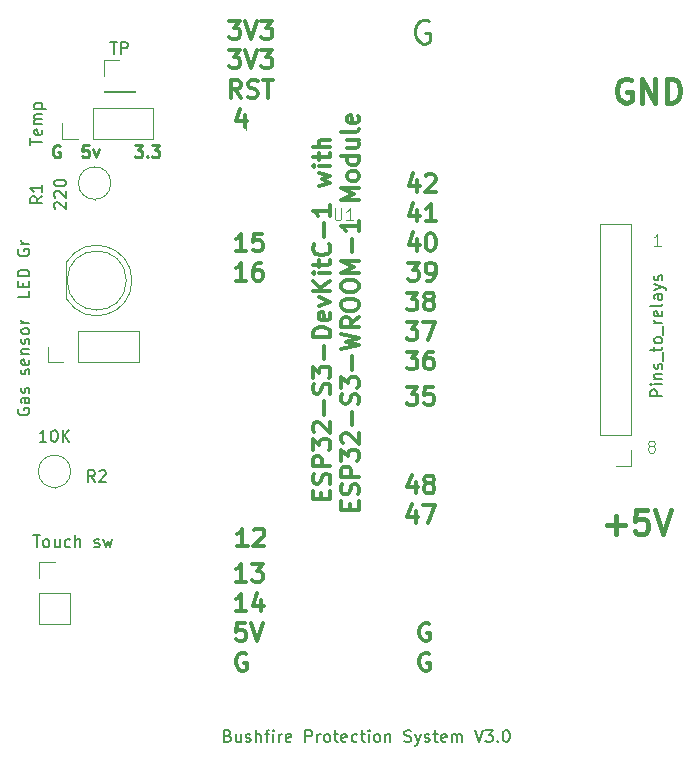
<source format=gto>
G04 #@! TF.GenerationSoftware,KiCad,Pcbnew,8.0.5-8.0.5-0~ubuntu22.04.1*
G04 #@! TF.CreationDate,2024-09-10T12:36:33+10:00*
G04 #@! TF.ProjectId,Fire_Sytem_10,46697265-5f53-4797-9465-6d5f31302e6b,rev?*
G04 #@! TF.SameCoordinates,Original*
G04 #@! TF.FileFunction,Legend,Top*
G04 #@! TF.FilePolarity,Positive*
%FSLAX46Y46*%
G04 Gerber Fmt 4.6, Leading zero omitted, Abs format (unit mm)*
G04 Created by KiCad (PCBNEW 8.0.5-8.0.5-0~ubuntu22.04.1) date 2024-09-10 12:36:33*
%MOMM*%
%LPD*%
G01*
G04 APERTURE LIST*
%ADD10C,0.150000*%
%ADD11C,0.100000*%
%ADD12C,0.300000*%
%ADD13C,0.250000*%
%ADD14C,0.400000*%
%ADD15C,0.120000*%
%ADD16C,7.000000*%
%ADD17C,3.200000*%
%ADD18C,1.600000*%
%ADD19O,1.600000X1.600000*%
%ADD20R,1.700000X1.700000*%
%ADD21O,1.700000X1.700000*%
%ADD22C,1.700000*%
%ADD23R,1.800000X1.800000*%
%ADD24C,1.800000*%
G04 APERTURE END LIST*
D10*
X107369819Y-97187030D02*
X107369819Y-97663220D01*
X107369819Y-97663220D02*
X106369819Y-97663220D01*
X106846009Y-96853696D02*
X106846009Y-96520363D01*
X107369819Y-96377506D02*
X107369819Y-96853696D01*
X107369819Y-96853696D02*
X106369819Y-96853696D01*
X106369819Y-96853696D02*
X106369819Y-96377506D01*
X107369819Y-95948934D02*
X106369819Y-95948934D01*
X106369819Y-95948934D02*
X106369819Y-95710839D01*
X106369819Y-95710839D02*
X106417438Y-95567982D01*
X106417438Y-95567982D02*
X106512676Y-95472744D01*
X106512676Y-95472744D02*
X106607914Y-95425125D01*
X106607914Y-95425125D02*
X106798390Y-95377506D01*
X106798390Y-95377506D02*
X106941247Y-95377506D01*
X106941247Y-95377506D02*
X107131723Y-95425125D01*
X107131723Y-95425125D02*
X107226961Y-95472744D01*
X107226961Y-95472744D02*
X107322200Y-95567982D01*
X107322200Y-95567982D02*
X107369819Y-95710839D01*
X107369819Y-95710839D02*
X107369819Y-95948934D01*
X106417438Y-93663220D02*
X106369819Y-93758458D01*
X106369819Y-93758458D02*
X106369819Y-93901315D01*
X106369819Y-93901315D02*
X106417438Y-94044172D01*
X106417438Y-94044172D02*
X106512676Y-94139410D01*
X106512676Y-94139410D02*
X106607914Y-94187029D01*
X106607914Y-94187029D02*
X106798390Y-94234648D01*
X106798390Y-94234648D02*
X106941247Y-94234648D01*
X106941247Y-94234648D02*
X107131723Y-94187029D01*
X107131723Y-94187029D02*
X107226961Y-94139410D01*
X107226961Y-94139410D02*
X107322200Y-94044172D01*
X107322200Y-94044172D02*
X107369819Y-93901315D01*
X107369819Y-93901315D02*
X107369819Y-93806077D01*
X107369819Y-93806077D02*
X107322200Y-93663220D01*
X107322200Y-93663220D02*
X107274580Y-93615601D01*
X107274580Y-93615601D02*
X106941247Y-93615601D01*
X106941247Y-93615601D02*
X106941247Y-93806077D01*
X107369819Y-93187029D02*
X106703152Y-93187029D01*
X106893628Y-93187029D02*
X106798390Y-93139410D01*
X106798390Y-93139410D02*
X106750771Y-93091791D01*
X106750771Y-93091791D02*
X106703152Y-92996553D01*
X106703152Y-92996553D02*
X106703152Y-92901315D01*
X109550057Y-90238094D02*
X109502438Y-90190475D01*
X109502438Y-90190475D02*
X109454819Y-90095237D01*
X109454819Y-90095237D02*
X109454819Y-89857142D01*
X109454819Y-89857142D02*
X109502438Y-89761904D01*
X109502438Y-89761904D02*
X109550057Y-89714285D01*
X109550057Y-89714285D02*
X109645295Y-89666666D01*
X109645295Y-89666666D02*
X109740533Y-89666666D01*
X109740533Y-89666666D02*
X109883390Y-89714285D01*
X109883390Y-89714285D02*
X110454819Y-90285713D01*
X110454819Y-90285713D02*
X110454819Y-89666666D01*
X109550057Y-89285713D02*
X109502438Y-89238094D01*
X109502438Y-89238094D02*
X109454819Y-89142856D01*
X109454819Y-89142856D02*
X109454819Y-88904761D01*
X109454819Y-88904761D02*
X109502438Y-88809523D01*
X109502438Y-88809523D02*
X109550057Y-88761904D01*
X109550057Y-88761904D02*
X109645295Y-88714285D01*
X109645295Y-88714285D02*
X109740533Y-88714285D01*
X109740533Y-88714285D02*
X109883390Y-88761904D01*
X109883390Y-88761904D02*
X110454819Y-89333332D01*
X110454819Y-89333332D02*
X110454819Y-88714285D01*
X109454819Y-88095237D02*
X109454819Y-87999999D01*
X109454819Y-87999999D02*
X109502438Y-87904761D01*
X109502438Y-87904761D02*
X109550057Y-87857142D01*
X109550057Y-87857142D02*
X109645295Y-87809523D01*
X109645295Y-87809523D02*
X109835771Y-87761904D01*
X109835771Y-87761904D02*
X110073866Y-87761904D01*
X110073866Y-87761904D02*
X110264342Y-87809523D01*
X110264342Y-87809523D02*
X110359580Y-87857142D01*
X110359580Y-87857142D02*
X110407200Y-87904761D01*
X110407200Y-87904761D02*
X110454819Y-87999999D01*
X110454819Y-87999999D02*
X110454819Y-88095237D01*
X110454819Y-88095237D02*
X110407200Y-88190475D01*
X110407200Y-88190475D02*
X110359580Y-88238094D01*
X110359580Y-88238094D02*
X110264342Y-88285713D01*
X110264342Y-88285713D02*
X110073866Y-88333332D01*
X110073866Y-88333332D02*
X109835771Y-88333332D01*
X109835771Y-88333332D02*
X109645295Y-88285713D01*
X109645295Y-88285713D02*
X109550057Y-88238094D01*
X109550057Y-88238094D02*
X109502438Y-88190475D01*
X109502438Y-88190475D02*
X109454819Y-88095237D01*
D11*
X160827693Y-93372419D02*
X160256265Y-93372419D01*
X160541979Y-93372419D02*
X160541979Y-92372419D01*
X160541979Y-92372419D02*
X160446741Y-92515276D01*
X160446741Y-92515276D02*
X160351503Y-92610514D01*
X160351503Y-92610514D02*
X160256265Y-92658133D01*
D12*
X140197368Y-87800828D02*
X140197368Y-88800828D01*
X139840225Y-87229400D02*
X139483082Y-88300828D01*
X139483082Y-88300828D02*
X140411653Y-88300828D01*
X140911653Y-87443685D02*
X140983081Y-87372257D01*
X140983081Y-87372257D02*
X141125939Y-87300828D01*
X141125939Y-87300828D02*
X141483081Y-87300828D01*
X141483081Y-87300828D02*
X141625939Y-87372257D01*
X141625939Y-87372257D02*
X141697367Y-87443685D01*
X141697367Y-87443685D02*
X141768796Y-87586542D01*
X141768796Y-87586542D02*
X141768796Y-87729400D01*
X141768796Y-87729400D02*
X141697367Y-87943685D01*
X141697367Y-87943685D02*
X140840224Y-88800828D01*
X140840224Y-88800828D02*
X141768796Y-88800828D01*
D13*
X116307330Y-84864619D02*
X116926377Y-84864619D01*
X116926377Y-84864619D02*
X116593044Y-85245571D01*
X116593044Y-85245571D02*
X116735901Y-85245571D01*
X116735901Y-85245571D02*
X116831139Y-85293190D01*
X116831139Y-85293190D02*
X116878758Y-85340809D01*
X116878758Y-85340809D02*
X116926377Y-85436047D01*
X116926377Y-85436047D02*
X116926377Y-85674142D01*
X116926377Y-85674142D02*
X116878758Y-85769380D01*
X116878758Y-85769380D02*
X116831139Y-85817000D01*
X116831139Y-85817000D02*
X116735901Y-85864619D01*
X116735901Y-85864619D02*
X116450187Y-85864619D01*
X116450187Y-85864619D02*
X116354949Y-85817000D01*
X116354949Y-85817000D02*
X116307330Y-85769380D01*
X117354949Y-85769380D02*
X117402568Y-85817000D01*
X117402568Y-85817000D02*
X117354949Y-85864619D01*
X117354949Y-85864619D02*
X117307330Y-85817000D01*
X117307330Y-85817000D02*
X117354949Y-85769380D01*
X117354949Y-85769380D02*
X117354949Y-85864619D01*
X117735901Y-84864619D02*
X118354948Y-84864619D01*
X118354948Y-84864619D02*
X118021615Y-85245571D01*
X118021615Y-85245571D02*
X118164472Y-85245571D01*
X118164472Y-85245571D02*
X118259710Y-85293190D01*
X118259710Y-85293190D02*
X118307329Y-85340809D01*
X118307329Y-85340809D02*
X118354948Y-85436047D01*
X118354948Y-85436047D02*
X118354948Y-85674142D01*
X118354948Y-85674142D02*
X118307329Y-85769380D01*
X118307329Y-85769380D02*
X118259710Y-85817000D01*
X118259710Y-85817000D02*
X118164472Y-85864619D01*
X118164472Y-85864619D02*
X117878758Y-85864619D01*
X117878758Y-85864619D02*
X117783520Y-85817000D01*
X117783520Y-85817000D02*
X117735901Y-85769380D01*
D11*
X159946741Y-110300990D02*
X159851503Y-110253371D01*
X159851503Y-110253371D02*
X159803884Y-110205752D01*
X159803884Y-110205752D02*
X159756265Y-110110514D01*
X159756265Y-110110514D02*
X159756265Y-110062895D01*
X159756265Y-110062895D02*
X159803884Y-109967657D01*
X159803884Y-109967657D02*
X159851503Y-109920038D01*
X159851503Y-109920038D02*
X159946741Y-109872419D01*
X159946741Y-109872419D02*
X160137217Y-109872419D01*
X160137217Y-109872419D02*
X160232455Y-109920038D01*
X160232455Y-109920038D02*
X160280074Y-109967657D01*
X160280074Y-109967657D02*
X160327693Y-110062895D01*
X160327693Y-110062895D02*
X160327693Y-110110514D01*
X160327693Y-110110514D02*
X160280074Y-110205752D01*
X160280074Y-110205752D02*
X160232455Y-110253371D01*
X160232455Y-110253371D02*
X160137217Y-110300990D01*
X160137217Y-110300990D02*
X159946741Y-110300990D01*
X159946741Y-110300990D02*
X159851503Y-110348609D01*
X159851503Y-110348609D02*
X159803884Y-110396228D01*
X159803884Y-110396228D02*
X159756265Y-110491466D01*
X159756265Y-110491466D02*
X159756265Y-110681942D01*
X159756265Y-110681942D02*
X159803884Y-110777180D01*
X159803884Y-110777180D02*
X159851503Y-110824800D01*
X159851503Y-110824800D02*
X159946741Y-110872419D01*
X159946741Y-110872419D02*
X160137217Y-110872419D01*
X160137217Y-110872419D02*
X160232455Y-110824800D01*
X160232455Y-110824800D02*
X160280074Y-110777180D01*
X160280074Y-110777180D02*
X160327693Y-110681942D01*
X160327693Y-110681942D02*
X160327693Y-110491466D01*
X160327693Y-110491466D02*
X160280074Y-110396228D01*
X160280074Y-110396228D02*
X160232455Y-110348609D01*
X160232455Y-110348609D02*
X160137217Y-110300990D01*
D14*
X158286966Y-79329676D02*
X158096490Y-79234438D01*
X158096490Y-79234438D02*
X157810776Y-79234438D01*
X157810776Y-79234438D02*
X157525061Y-79329676D01*
X157525061Y-79329676D02*
X157334585Y-79520152D01*
X157334585Y-79520152D02*
X157239347Y-79710628D01*
X157239347Y-79710628D02*
X157144109Y-80091580D01*
X157144109Y-80091580D02*
X157144109Y-80377295D01*
X157144109Y-80377295D02*
X157239347Y-80758247D01*
X157239347Y-80758247D02*
X157334585Y-80948723D01*
X157334585Y-80948723D02*
X157525061Y-81139200D01*
X157525061Y-81139200D02*
X157810776Y-81234438D01*
X157810776Y-81234438D02*
X158001252Y-81234438D01*
X158001252Y-81234438D02*
X158286966Y-81139200D01*
X158286966Y-81139200D02*
X158382204Y-81043961D01*
X158382204Y-81043961D02*
X158382204Y-80377295D01*
X158382204Y-80377295D02*
X158001252Y-80377295D01*
X159239347Y-81234438D02*
X159239347Y-79234438D01*
X159239347Y-79234438D02*
X160382204Y-81234438D01*
X160382204Y-81234438D02*
X160382204Y-79234438D01*
X161334585Y-81234438D02*
X161334585Y-79234438D01*
X161334585Y-79234438D02*
X161810775Y-79234438D01*
X161810775Y-79234438D02*
X162096490Y-79329676D01*
X162096490Y-79329676D02*
X162286966Y-79520152D01*
X162286966Y-79520152D02*
X162382204Y-79710628D01*
X162382204Y-79710628D02*
X162477442Y-80091580D01*
X162477442Y-80091580D02*
X162477442Y-80377295D01*
X162477442Y-80377295D02*
X162382204Y-80758247D01*
X162382204Y-80758247D02*
X162286966Y-80948723D01*
X162286966Y-80948723D02*
X162096490Y-81139200D01*
X162096490Y-81139200D02*
X161810775Y-81234438D01*
X161810775Y-81234438D02*
X161334585Y-81234438D01*
D13*
X141188282Y-74337476D02*
X140997806Y-74242238D01*
X140997806Y-74242238D02*
X140712092Y-74242238D01*
X140712092Y-74242238D02*
X140426377Y-74337476D01*
X140426377Y-74337476D02*
X140235901Y-74527952D01*
X140235901Y-74527952D02*
X140140663Y-74718428D01*
X140140663Y-74718428D02*
X140045425Y-75099380D01*
X140045425Y-75099380D02*
X140045425Y-75385095D01*
X140045425Y-75385095D02*
X140140663Y-75766047D01*
X140140663Y-75766047D02*
X140235901Y-75956523D01*
X140235901Y-75956523D02*
X140426377Y-76147000D01*
X140426377Y-76147000D02*
X140712092Y-76242238D01*
X140712092Y-76242238D02*
X140902568Y-76242238D01*
X140902568Y-76242238D02*
X141188282Y-76147000D01*
X141188282Y-76147000D02*
X141283520Y-76051761D01*
X141283520Y-76051761D02*
X141283520Y-75385095D01*
X141283520Y-75385095D02*
X140902568Y-75385095D01*
D10*
X108809523Y-109954819D02*
X108238095Y-109954819D01*
X108523809Y-109954819D02*
X108523809Y-108954819D01*
X108523809Y-108954819D02*
X108428571Y-109097676D01*
X108428571Y-109097676D02*
X108333333Y-109192914D01*
X108333333Y-109192914D02*
X108238095Y-109240533D01*
X109428571Y-108954819D02*
X109523809Y-108954819D01*
X109523809Y-108954819D02*
X109619047Y-109002438D01*
X109619047Y-109002438D02*
X109666666Y-109050057D01*
X109666666Y-109050057D02*
X109714285Y-109145295D01*
X109714285Y-109145295D02*
X109761904Y-109335771D01*
X109761904Y-109335771D02*
X109761904Y-109573866D01*
X109761904Y-109573866D02*
X109714285Y-109764342D01*
X109714285Y-109764342D02*
X109666666Y-109859580D01*
X109666666Y-109859580D02*
X109619047Y-109907200D01*
X109619047Y-109907200D02*
X109523809Y-109954819D01*
X109523809Y-109954819D02*
X109428571Y-109954819D01*
X109428571Y-109954819D02*
X109333333Y-109907200D01*
X109333333Y-109907200D02*
X109285714Y-109859580D01*
X109285714Y-109859580D02*
X109238095Y-109764342D01*
X109238095Y-109764342D02*
X109190476Y-109573866D01*
X109190476Y-109573866D02*
X109190476Y-109335771D01*
X109190476Y-109335771D02*
X109238095Y-109145295D01*
X109238095Y-109145295D02*
X109285714Y-109050057D01*
X109285714Y-109050057D02*
X109333333Y-109002438D01*
X109333333Y-109002438D02*
X109428571Y-108954819D01*
X110190476Y-109954819D02*
X110190476Y-108954819D01*
X110761904Y-109954819D02*
X110333333Y-109383390D01*
X110761904Y-108954819D02*
X110190476Y-109526247D01*
D14*
X156239347Y-116972533D02*
X157763157Y-116972533D01*
X157001252Y-117734438D02*
X157001252Y-116210628D01*
X159667918Y-115734438D02*
X158715537Y-115734438D01*
X158715537Y-115734438D02*
X158620299Y-116686819D01*
X158620299Y-116686819D02*
X158715537Y-116591580D01*
X158715537Y-116591580D02*
X158906013Y-116496342D01*
X158906013Y-116496342D02*
X159382204Y-116496342D01*
X159382204Y-116496342D02*
X159572680Y-116591580D01*
X159572680Y-116591580D02*
X159667918Y-116686819D01*
X159667918Y-116686819D02*
X159763156Y-116877295D01*
X159763156Y-116877295D02*
X159763156Y-117353485D01*
X159763156Y-117353485D02*
X159667918Y-117543961D01*
X159667918Y-117543961D02*
X159572680Y-117639200D01*
X159572680Y-117639200D02*
X159382204Y-117734438D01*
X159382204Y-117734438D02*
X158906013Y-117734438D01*
X158906013Y-117734438D02*
X158715537Y-117639200D01*
X158715537Y-117639200D02*
X158620299Y-117543961D01*
X160334585Y-115734438D02*
X161001251Y-117734438D01*
X161001251Y-117734438D02*
X161667918Y-115734438D01*
D10*
X124170112Y-134846009D02*
X124312969Y-134893628D01*
X124312969Y-134893628D02*
X124360588Y-134941247D01*
X124360588Y-134941247D02*
X124408207Y-135036485D01*
X124408207Y-135036485D02*
X124408207Y-135179342D01*
X124408207Y-135179342D02*
X124360588Y-135274580D01*
X124360588Y-135274580D02*
X124312969Y-135322200D01*
X124312969Y-135322200D02*
X124217731Y-135369819D01*
X124217731Y-135369819D02*
X123836779Y-135369819D01*
X123836779Y-135369819D02*
X123836779Y-134369819D01*
X123836779Y-134369819D02*
X124170112Y-134369819D01*
X124170112Y-134369819D02*
X124265350Y-134417438D01*
X124265350Y-134417438D02*
X124312969Y-134465057D01*
X124312969Y-134465057D02*
X124360588Y-134560295D01*
X124360588Y-134560295D02*
X124360588Y-134655533D01*
X124360588Y-134655533D02*
X124312969Y-134750771D01*
X124312969Y-134750771D02*
X124265350Y-134798390D01*
X124265350Y-134798390D02*
X124170112Y-134846009D01*
X124170112Y-134846009D02*
X123836779Y-134846009D01*
X125265350Y-134703152D02*
X125265350Y-135369819D01*
X124836779Y-134703152D02*
X124836779Y-135226961D01*
X124836779Y-135226961D02*
X124884398Y-135322200D01*
X124884398Y-135322200D02*
X124979636Y-135369819D01*
X124979636Y-135369819D02*
X125122493Y-135369819D01*
X125122493Y-135369819D02*
X125217731Y-135322200D01*
X125217731Y-135322200D02*
X125265350Y-135274580D01*
X125693922Y-135322200D02*
X125789160Y-135369819D01*
X125789160Y-135369819D02*
X125979636Y-135369819D01*
X125979636Y-135369819D02*
X126074874Y-135322200D01*
X126074874Y-135322200D02*
X126122493Y-135226961D01*
X126122493Y-135226961D02*
X126122493Y-135179342D01*
X126122493Y-135179342D02*
X126074874Y-135084104D01*
X126074874Y-135084104D02*
X125979636Y-135036485D01*
X125979636Y-135036485D02*
X125836779Y-135036485D01*
X125836779Y-135036485D02*
X125741541Y-134988866D01*
X125741541Y-134988866D02*
X125693922Y-134893628D01*
X125693922Y-134893628D02*
X125693922Y-134846009D01*
X125693922Y-134846009D02*
X125741541Y-134750771D01*
X125741541Y-134750771D02*
X125836779Y-134703152D01*
X125836779Y-134703152D02*
X125979636Y-134703152D01*
X125979636Y-134703152D02*
X126074874Y-134750771D01*
X126551065Y-135369819D02*
X126551065Y-134369819D01*
X126979636Y-135369819D02*
X126979636Y-134846009D01*
X126979636Y-134846009D02*
X126932017Y-134750771D01*
X126932017Y-134750771D02*
X126836779Y-134703152D01*
X126836779Y-134703152D02*
X126693922Y-134703152D01*
X126693922Y-134703152D02*
X126598684Y-134750771D01*
X126598684Y-134750771D02*
X126551065Y-134798390D01*
X127312970Y-134703152D02*
X127693922Y-134703152D01*
X127455827Y-135369819D02*
X127455827Y-134512676D01*
X127455827Y-134512676D02*
X127503446Y-134417438D01*
X127503446Y-134417438D02*
X127598684Y-134369819D01*
X127598684Y-134369819D02*
X127693922Y-134369819D01*
X128027256Y-135369819D02*
X128027256Y-134703152D01*
X128027256Y-134369819D02*
X127979637Y-134417438D01*
X127979637Y-134417438D02*
X128027256Y-134465057D01*
X128027256Y-134465057D02*
X128074875Y-134417438D01*
X128074875Y-134417438D02*
X128027256Y-134369819D01*
X128027256Y-134369819D02*
X128027256Y-134465057D01*
X128503446Y-135369819D02*
X128503446Y-134703152D01*
X128503446Y-134893628D02*
X128551065Y-134798390D01*
X128551065Y-134798390D02*
X128598684Y-134750771D01*
X128598684Y-134750771D02*
X128693922Y-134703152D01*
X128693922Y-134703152D02*
X128789160Y-134703152D01*
X129503446Y-135322200D02*
X129408208Y-135369819D01*
X129408208Y-135369819D02*
X129217732Y-135369819D01*
X129217732Y-135369819D02*
X129122494Y-135322200D01*
X129122494Y-135322200D02*
X129074875Y-135226961D01*
X129074875Y-135226961D02*
X129074875Y-134846009D01*
X129074875Y-134846009D02*
X129122494Y-134750771D01*
X129122494Y-134750771D02*
X129217732Y-134703152D01*
X129217732Y-134703152D02*
X129408208Y-134703152D01*
X129408208Y-134703152D02*
X129503446Y-134750771D01*
X129503446Y-134750771D02*
X129551065Y-134846009D01*
X129551065Y-134846009D02*
X129551065Y-134941247D01*
X129551065Y-134941247D02*
X129074875Y-135036485D01*
X130741542Y-135369819D02*
X130741542Y-134369819D01*
X130741542Y-134369819D02*
X131122494Y-134369819D01*
X131122494Y-134369819D02*
X131217732Y-134417438D01*
X131217732Y-134417438D02*
X131265351Y-134465057D01*
X131265351Y-134465057D02*
X131312970Y-134560295D01*
X131312970Y-134560295D02*
X131312970Y-134703152D01*
X131312970Y-134703152D02*
X131265351Y-134798390D01*
X131265351Y-134798390D02*
X131217732Y-134846009D01*
X131217732Y-134846009D02*
X131122494Y-134893628D01*
X131122494Y-134893628D02*
X130741542Y-134893628D01*
X131741542Y-135369819D02*
X131741542Y-134703152D01*
X131741542Y-134893628D02*
X131789161Y-134798390D01*
X131789161Y-134798390D02*
X131836780Y-134750771D01*
X131836780Y-134750771D02*
X131932018Y-134703152D01*
X131932018Y-134703152D02*
X132027256Y-134703152D01*
X132503447Y-135369819D02*
X132408209Y-135322200D01*
X132408209Y-135322200D02*
X132360590Y-135274580D01*
X132360590Y-135274580D02*
X132312971Y-135179342D01*
X132312971Y-135179342D02*
X132312971Y-134893628D01*
X132312971Y-134893628D02*
X132360590Y-134798390D01*
X132360590Y-134798390D02*
X132408209Y-134750771D01*
X132408209Y-134750771D02*
X132503447Y-134703152D01*
X132503447Y-134703152D02*
X132646304Y-134703152D01*
X132646304Y-134703152D02*
X132741542Y-134750771D01*
X132741542Y-134750771D02*
X132789161Y-134798390D01*
X132789161Y-134798390D02*
X132836780Y-134893628D01*
X132836780Y-134893628D02*
X132836780Y-135179342D01*
X132836780Y-135179342D02*
X132789161Y-135274580D01*
X132789161Y-135274580D02*
X132741542Y-135322200D01*
X132741542Y-135322200D02*
X132646304Y-135369819D01*
X132646304Y-135369819D02*
X132503447Y-135369819D01*
X133122495Y-134703152D02*
X133503447Y-134703152D01*
X133265352Y-134369819D02*
X133265352Y-135226961D01*
X133265352Y-135226961D02*
X133312971Y-135322200D01*
X133312971Y-135322200D02*
X133408209Y-135369819D01*
X133408209Y-135369819D02*
X133503447Y-135369819D01*
X134217733Y-135322200D02*
X134122495Y-135369819D01*
X134122495Y-135369819D02*
X133932019Y-135369819D01*
X133932019Y-135369819D02*
X133836781Y-135322200D01*
X133836781Y-135322200D02*
X133789162Y-135226961D01*
X133789162Y-135226961D02*
X133789162Y-134846009D01*
X133789162Y-134846009D02*
X133836781Y-134750771D01*
X133836781Y-134750771D02*
X133932019Y-134703152D01*
X133932019Y-134703152D02*
X134122495Y-134703152D01*
X134122495Y-134703152D02*
X134217733Y-134750771D01*
X134217733Y-134750771D02*
X134265352Y-134846009D01*
X134265352Y-134846009D02*
X134265352Y-134941247D01*
X134265352Y-134941247D02*
X133789162Y-135036485D01*
X135122495Y-135322200D02*
X135027257Y-135369819D01*
X135027257Y-135369819D02*
X134836781Y-135369819D01*
X134836781Y-135369819D02*
X134741543Y-135322200D01*
X134741543Y-135322200D02*
X134693924Y-135274580D01*
X134693924Y-135274580D02*
X134646305Y-135179342D01*
X134646305Y-135179342D02*
X134646305Y-134893628D01*
X134646305Y-134893628D02*
X134693924Y-134798390D01*
X134693924Y-134798390D02*
X134741543Y-134750771D01*
X134741543Y-134750771D02*
X134836781Y-134703152D01*
X134836781Y-134703152D02*
X135027257Y-134703152D01*
X135027257Y-134703152D02*
X135122495Y-134750771D01*
X135408210Y-134703152D02*
X135789162Y-134703152D01*
X135551067Y-134369819D02*
X135551067Y-135226961D01*
X135551067Y-135226961D02*
X135598686Y-135322200D01*
X135598686Y-135322200D02*
X135693924Y-135369819D01*
X135693924Y-135369819D02*
X135789162Y-135369819D01*
X136122496Y-135369819D02*
X136122496Y-134703152D01*
X136122496Y-134369819D02*
X136074877Y-134417438D01*
X136074877Y-134417438D02*
X136122496Y-134465057D01*
X136122496Y-134465057D02*
X136170115Y-134417438D01*
X136170115Y-134417438D02*
X136122496Y-134369819D01*
X136122496Y-134369819D02*
X136122496Y-134465057D01*
X136741543Y-135369819D02*
X136646305Y-135322200D01*
X136646305Y-135322200D02*
X136598686Y-135274580D01*
X136598686Y-135274580D02*
X136551067Y-135179342D01*
X136551067Y-135179342D02*
X136551067Y-134893628D01*
X136551067Y-134893628D02*
X136598686Y-134798390D01*
X136598686Y-134798390D02*
X136646305Y-134750771D01*
X136646305Y-134750771D02*
X136741543Y-134703152D01*
X136741543Y-134703152D02*
X136884400Y-134703152D01*
X136884400Y-134703152D02*
X136979638Y-134750771D01*
X136979638Y-134750771D02*
X137027257Y-134798390D01*
X137027257Y-134798390D02*
X137074876Y-134893628D01*
X137074876Y-134893628D02*
X137074876Y-135179342D01*
X137074876Y-135179342D02*
X137027257Y-135274580D01*
X137027257Y-135274580D02*
X136979638Y-135322200D01*
X136979638Y-135322200D02*
X136884400Y-135369819D01*
X136884400Y-135369819D02*
X136741543Y-135369819D01*
X137503448Y-134703152D02*
X137503448Y-135369819D01*
X137503448Y-134798390D02*
X137551067Y-134750771D01*
X137551067Y-134750771D02*
X137646305Y-134703152D01*
X137646305Y-134703152D02*
X137789162Y-134703152D01*
X137789162Y-134703152D02*
X137884400Y-134750771D01*
X137884400Y-134750771D02*
X137932019Y-134846009D01*
X137932019Y-134846009D02*
X137932019Y-135369819D01*
X139122496Y-135322200D02*
X139265353Y-135369819D01*
X139265353Y-135369819D02*
X139503448Y-135369819D01*
X139503448Y-135369819D02*
X139598686Y-135322200D01*
X139598686Y-135322200D02*
X139646305Y-135274580D01*
X139646305Y-135274580D02*
X139693924Y-135179342D01*
X139693924Y-135179342D02*
X139693924Y-135084104D01*
X139693924Y-135084104D02*
X139646305Y-134988866D01*
X139646305Y-134988866D02*
X139598686Y-134941247D01*
X139598686Y-134941247D02*
X139503448Y-134893628D01*
X139503448Y-134893628D02*
X139312972Y-134846009D01*
X139312972Y-134846009D02*
X139217734Y-134798390D01*
X139217734Y-134798390D02*
X139170115Y-134750771D01*
X139170115Y-134750771D02*
X139122496Y-134655533D01*
X139122496Y-134655533D02*
X139122496Y-134560295D01*
X139122496Y-134560295D02*
X139170115Y-134465057D01*
X139170115Y-134465057D02*
X139217734Y-134417438D01*
X139217734Y-134417438D02*
X139312972Y-134369819D01*
X139312972Y-134369819D02*
X139551067Y-134369819D01*
X139551067Y-134369819D02*
X139693924Y-134417438D01*
X140027258Y-134703152D02*
X140265353Y-135369819D01*
X140503448Y-134703152D02*
X140265353Y-135369819D01*
X140265353Y-135369819D02*
X140170115Y-135607914D01*
X140170115Y-135607914D02*
X140122496Y-135655533D01*
X140122496Y-135655533D02*
X140027258Y-135703152D01*
X140836782Y-135322200D02*
X140932020Y-135369819D01*
X140932020Y-135369819D02*
X141122496Y-135369819D01*
X141122496Y-135369819D02*
X141217734Y-135322200D01*
X141217734Y-135322200D02*
X141265353Y-135226961D01*
X141265353Y-135226961D02*
X141265353Y-135179342D01*
X141265353Y-135179342D02*
X141217734Y-135084104D01*
X141217734Y-135084104D02*
X141122496Y-135036485D01*
X141122496Y-135036485D02*
X140979639Y-135036485D01*
X140979639Y-135036485D02*
X140884401Y-134988866D01*
X140884401Y-134988866D02*
X140836782Y-134893628D01*
X140836782Y-134893628D02*
X140836782Y-134846009D01*
X140836782Y-134846009D02*
X140884401Y-134750771D01*
X140884401Y-134750771D02*
X140979639Y-134703152D01*
X140979639Y-134703152D02*
X141122496Y-134703152D01*
X141122496Y-134703152D02*
X141217734Y-134750771D01*
X141551068Y-134703152D02*
X141932020Y-134703152D01*
X141693925Y-134369819D02*
X141693925Y-135226961D01*
X141693925Y-135226961D02*
X141741544Y-135322200D01*
X141741544Y-135322200D02*
X141836782Y-135369819D01*
X141836782Y-135369819D02*
X141932020Y-135369819D01*
X142646306Y-135322200D02*
X142551068Y-135369819D01*
X142551068Y-135369819D02*
X142360592Y-135369819D01*
X142360592Y-135369819D02*
X142265354Y-135322200D01*
X142265354Y-135322200D02*
X142217735Y-135226961D01*
X142217735Y-135226961D02*
X142217735Y-134846009D01*
X142217735Y-134846009D02*
X142265354Y-134750771D01*
X142265354Y-134750771D02*
X142360592Y-134703152D01*
X142360592Y-134703152D02*
X142551068Y-134703152D01*
X142551068Y-134703152D02*
X142646306Y-134750771D01*
X142646306Y-134750771D02*
X142693925Y-134846009D01*
X142693925Y-134846009D02*
X142693925Y-134941247D01*
X142693925Y-134941247D02*
X142217735Y-135036485D01*
X143122497Y-135369819D02*
X143122497Y-134703152D01*
X143122497Y-134798390D02*
X143170116Y-134750771D01*
X143170116Y-134750771D02*
X143265354Y-134703152D01*
X143265354Y-134703152D02*
X143408211Y-134703152D01*
X143408211Y-134703152D02*
X143503449Y-134750771D01*
X143503449Y-134750771D02*
X143551068Y-134846009D01*
X143551068Y-134846009D02*
X143551068Y-135369819D01*
X143551068Y-134846009D02*
X143598687Y-134750771D01*
X143598687Y-134750771D02*
X143693925Y-134703152D01*
X143693925Y-134703152D02*
X143836782Y-134703152D01*
X143836782Y-134703152D02*
X143932021Y-134750771D01*
X143932021Y-134750771D02*
X143979640Y-134846009D01*
X143979640Y-134846009D02*
X143979640Y-135369819D01*
X145074878Y-134369819D02*
X145408211Y-135369819D01*
X145408211Y-135369819D02*
X145741544Y-134369819D01*
X145979640Y-134369819D02*
X146598687Y-134369819D01*
X146598687Y-134369819D02*
X146265354Y-134750771D01*
X146265354Y-134750771D02*
X146408211Y-134750771D01*
X146408211Y-134750771D02*
X146503449Y-134798390D01*
X146503449Y-134798390D02*
X146551068Y-134846009D01*
X146551068Y-134846009D02*
X146598687Y-134941247D01*
X146598687Y-134941247D02*
X146598687Y-135179342D01*
X146598687Y-135179342D02*
X146551068Y-135274580D01*
X146551068Y-135274580D02*
X146503449Y-135322200D01*
X146503449Y-135322200D02*
X146408211Y-135369819D01*
X146408211Y-135369819D02*
X146122497Y-135369819D01*
X146122497Y-135369819D02*
X146027259Y-135322200D01*
X146027259Y-135322200D02*
X145979640Y-135274580D01*
X147027259Y-135274580D02*
X147074878Y-135322200D01*
X147074878Y-135322200D02*
X147027259Y-135369819D01*
X147027259Y-135369819D02*
X146979640Y-135322200D01*
X146979640Y-135322200D02*
X147027259Y-135274580D01*
X147027259Y-135274580D02*
X147027259Y-135369819D01*
X147693925Y-134369819D02*
X147789163Y-134369819D01*
X147789163Y-134369819D02*
X147884401Y-134417438D01*
X147884401Y-134417438D02*
X147932020Y-134465057D01*
X147932020Y-134465057D02*
X147979639Y-134560295D01*
X147979639Y-134560295D02*
X148027258Y-134750771D01*
X148027258Y-134750771D02*
X148027258Y-134988866D01*
X148027258Y-134988866D02*
X147979639Y-135179342D01*
X147979639Y-135179342D02*
X147932020Y-135274580D01*
X147932020Y-135274580D02*
X147884401Y-135322200D01*
X147884401Y-135322200D02*
X147789163Y-135369819D01*
X147789163Y-135369819D02*
X147693925Y-135369819D01*
X147693925Y-135369819D02*
X147598687Y-135322200D01*
X147598687Y-135322200D02*
X147551068Y-135274580D01*
X147551068Y-135274580D02*
X147503449Y-135179342D01*
X147503449Y-135179342D02*
X147455830Y-134988866D01*
X147455830Y-134988866D02*
X147455830Y-134750771D01*
X147455830Y-134750771D02*
X147503449Y-134560295D01*
X147503449Y-134560295D02*
X147551068Y-134465057D01*
X147551068Y-134465057D02*
X147598687Y-134417438D01*
X147598687Y-134417438D02*
X147693925Y-134369819D01*
D12*
X139411653Y-94800828D02*
X140340225Y-94800828D01*
X140340225Y-94800828D02*
X139840225Y-95372257D01*
X139840225Y-95372257D02*
X140054510Y-95372257D01*
X140054510Y-95372257D02*
X140197368Y-95443685D01*
X140197368Y-95443685D02*
X140268796Y-95515114D01*
X140268796Y-95515114D02*
X140340225Y-95657971D01*
X140340225Y-95657971D02*
X140340225Y-96015114D01*
X140340225Y-96015114D02*
X140268796Y-96157971D01*
X140268796Y-96157971D02*
X140197368Y-96229400D01*
X140197368Y-96229400D02*
X140054510Y-96300828D01*
X140054510Y-96300828D02*
X139625939Y-96300828D01*
X139625939Y-96300828D02*
X139483082Y-96229400D01*
X139483082Y-96229400D02*
X139411653Y-96157971D01*
X141054510Y-96300828D02*
X141340224Y-96300828D01*
X141340224Y-96300828D02*
X141483081Y-96229400D01*
X141483081Y-96229400D02*
X141554510Y-96157971D01*
X141554510Y-96157971D02*
X141697367Y-95943685D01*
X141697367Y-95943685D02*
X141768796Y-95657971D01*
X141768796Y-95657971D02*
X141768796Y-95086542D01*
X141768796Y-95086542D02*
X141697367Y-94943685D01*
X141697367Y-94943685D02*
X141625939Y-94872257D01*
X141625939Y-94872257D02*
X141483081Y-94800828D01*
X141483081Y-94800828D02*
X141197367Y-94800828D01*
X141197367Y-94800828D02*
X141054510Y-94872257D01*
X141054510Y-94872257D02*
X140983081Y-94943685D01*
X140983081Y-94943685D02*
X140911653Y-95086542D01*
X140911653Y-95086542D02*
X140911653Y-95443685D01*
X140911653Y-95443685D02*
X140983081Y-95586542D01*
X140983081Y-95586542D02*
X141054510Y-95657971D01*
X141054510Y-95657971D02*
X141197367Y-95729400D01*
X141197367Y-95729400D02*
X141483081Y-95729400D01*
X141483081Y-95729400D02*
X141625939Y-95657971D01*
X141625939Y-95657971D02*
X141697367Y-95586542D01*
X141697367Y-95586542D02*
X141768796Y-95443685D01*
D13*
X109926377Y-84912238D02*
X109831139Y-84864619D01*
X109831139Y-84864619D02*
X109688282Y-84864619D01*
X109688282Y-84864619D02*
X109545425Y-84912238D01*
X109545425Y-84912238D02*
X109450187Y-85007476D01*
X109450187Y-85007476D02*
X109402568Y-85102714D01*
X109402568Y-85102714D02*
X109354949Y-85293190D01*
X109354949Y-85293190D02*
X109354949Y-85436047D01*
X109354949Y-85436047D02*
X109402568Y-85626523D01*
X109402568Y-85626523D02*
X109450187Y-85721761D01*
X109450187Y-85721761D02*
X109545425Y-85817000D01*
X109545425Y-85817000D02*
X109688282Y-85864619D01*
X109688282Y-85864619D02*
X109783520Y-85864619D01*
X109783520Y-85864619D02*
X109926377Y-85817000D01*
X109926377Y-85817000D02*
X109973996Y-85769380D01*
X109973996Y-85769380D02*
X109973996Y-85436047D01*
X109973996Y-85436047D02*
X109783520Y-85436047D01*
D12*
X140197368Y-92800828D02*
X140197368Y-93800828D01*
X139840225Y-92229400D02*
X139483082Y-93300828D01*
X139483082Y-93300828D02*
X140411653Y-93300828D01*
X141268796Y-92300828D02*
X141411653Y-92300828D01*
X141411653Y-92300828D02*
X141554510Y-92372257D01*
X141554510Y-92372257D02*
X141625939Y-92443685D01*
X141625939Y-92443685D02*
X141697367Y-92586542D01*
X141697367Y-92586542D02*
X141768796Y-92872257D01*
X141768796Y-92872257D02*
X141768796Y-93229400D01*
X141768796Y-93229400D02*
X141697367Y-93515114D01*
X141697367Y-93515114D02*
X141625939Y-93657971D01*
X141625939Y-93657971D02*
X141554510Y-93729400D01*
X141554510Y-93729400D02*
X141411653Y-93800828D01*
X141411653Y-93800828D02*
X141268796Y-93800828D01*
X141268796Y-93800828D02*
X141125939Y-93729400D01*
X141125939Y-93729400D02*
X141054510Y-93657971D01*
X141054510Y-93657971D02*
X140983081Y-93515114D01*
X140983081Y-93515114D02*
X140911653Y-93229400D01*
X140911653Y-93229400D02*
X140911653Y-92872257D01*
X140911653Y-92872257D02*
X140983081Y-92586542D01*
X140983081Y-92586542D02*
X141054510Y-92443685D01*
X141054510Y-92443685D02*
X141125939Y-92372257D01*
X141125939Y-92372257D02*
X141268796Y-92300828D01*
D10*
X107693922Y-117869819D02*
X108265350Y-117869819D01*
X107979636Y-118869819D02*
X107979636Y-117869819D01*
X108741541Y-118869819D02*
X108646303Y-118822200D01*
X108646303Y-118822200D02*
X108598684Y-118774580D01*
X108598684Y-118774580D02*
X108551065Y-118679342D01*
X108551065Y-118679342D02*
X108551065Y-118393628D01*
X108551065Y-118393628D02*
X108598684Y-118298390D01*
X108598684Y-118298390D02*
X108646303Y-118250771D01*
X108646303Y-118250771D02*
X108741541Y-118203152D01*
X108741541Y-118203152D02*
X108884398Y-118203152D01*
X108884398Y-118203152D02*
X108979636Y-118250771D01*
X108979636Y-118250771D02*
X109027255Y-118298390D01*
X109027255Y-118298390D02*
X109074874Y-118393628D01*
X109074874Y-118393628D02*
X109074874Y-118679342D01*
X109074874Y-118679342D02*
X109027255Y-118774580D01*
X109027255Y-118774580D02*
X108979636Y-118822200D01*
X108979636Y-118822200D02*
X108884398Y-118869819D01*
X108884398Y-118869819D02*
X108741541Y-118869819D01*
X109932017Y-118203152D02*
X109932017Y-118869819D01*
X109503446Y-118203152D02*
X109503446Y-118726961D01*
X109503446Y-118726961D02*
X109551065Y-118822200D01*
X109551065Y-118822200D02*
X109646303Y-118869819D01*
X109646303Y-118869819D02*
X109789160Y-118869819D01*
X109789160Y-118869819D02*
X109884398Y-118822200D01*
X109884398Y-118822200D02*
X109932017Y-118774580D01*
X110836779Y-118822200D02*
X110741541Y-118869819D01*
X110741541Y-118869819D02*
X110551065Y-118869819D01*
X110551065Y-118869819D02*
X110455827Y-118822200D01*
X110455827Y-118822200D02*
X110408208Y-118774580D01*
X110408208Y-118774580D02*
X110360589Y-118679342D01*
X110360589Y-118679342D02*
X110360589Y-118393628D01*
X110360589Y-118393628D02*
X110408208Y-118298390D01*
X110408208Y-118298390D02*
X110455827Y-118250771D01*
X110455827Y-118250771D02*
X110551065Y-118203152D01*
X110551065Y-118203152D02*
X110741541Y-118203152D01*
X110741541Y-118203152D02*
X110836779Y-118250771D01*
X111265351Y-118869819D02*
X111265351Y-117869819D01*
X111693922Y-118869819D02*
X111693922Y-118346009D01*
X111693922Y-118346009D02*
X111646303Y-118250771D01*
X111646303Y-118250771D02*
X111551065Y-118203152D01*
X111551065Y-118203152D02*
X111408208Y-118203152D01*
X111408208Y-118203152D02*
X111312970Y-118250771D01*
X111312970Y-118250771D02*
X111265351Y-118298390D01*
X112884399Y-118822200D02*
X112979637Y-118869819D01*
X112979637Y-118869819D02*
X113170113Y-118869819D01*
X113170113Y-118869819D02*
X113265351Y-118822200D01*
X113265351Y-118822200D02*
X113312970Y-118726961D01*
X113312970Y-118726961D02*
X113312970Y-118679342D01*
X113312970Y-118679342D02*
X113265351Y-118584104D01*
X113265351Y-118584104D02*
X113170113Y-118536485D01*
X113170113Y-118536485D02*
X113027256Y-118536485D01*
X113027256Y-118536485D02*
X112932018Y-118488866D01*
X112932018Y-118488866D02*
X112884399Y-118393628D01*
X112884399Y-118393628D02*
X112884399Y-118346009D01*
X112884399Y-118346009D02*
X112932018Y-118250771D01*
X112932018Y-118250771D02*
X113027256Y-118203152D01*
X113027256Y-118203152D02*
X113170113Y-118203152D01*
X113170113Y-118203152D02*
X113265351Y-118250771D01*
X113646304Y-118203152D02*
X113836780Y-118869819D01*
X113836780Y-118869819D02*
X114027256Y-118393628D01*
X114027256Y-118393628D02*
X114217732Y-118869819D01*
X114217732Y-118869819D02*
X114408208Y-118203152D01*
D12*
X140197368Y-90300828D02*
X140197368Y-91300828D01*
X139840225Y-89729400D02*
X139483082Y-90800828D01*
X139483082Y-90800828D02*
X140411653Y-90800828D01*
X141768796Y-91300828D02*
X140911653Y-91300828D01*
X141340224Y-91300828D02*
X141340224Y-89800828D01*
X141340224Y-89800828D02*
X141197367Y-90015114D01*
X141197367Y-90015114D02*
X141054510Y-90157971D01*
X141054510Y-90157971D02*
X140911653Y-90229400D01*
D10*
X106417438Y-107139411D02*
X106369819Y-107234649D01*
X106369819Y-107234649D02*
X106369819Y-107377506D01*
X106369819Y-107377506D02*
X106417438Y-107520363D01*
X106417438Y-107520363D02*
X106512676Y-107615601D01*
X106512676Y-107615601D02*
X106607914Y-107663220D01*
X106607914Y-107663220D02*
X106798390Y-107710839D01*
X106798390Y-107710839D02*
X106941247Y-107710839D01*
X106941247Y-107710839D02*
X107131723Y-107663220D01*
X107131723Y-107663220D02*
X107226961Y-107615601D01*
X107226961Y-107615601D02*
X107322200Y-107520363D01*
X107322200Y-107520363D02*
X107369819Y-107377506D01*
X107369819Y-107377506D02*
X107369819Y-107282268D01*
X107369819Y-107282268D02*
X107322200Y-107139411D01*
X107322200Y-107139411D02*
X107274580Y-107091792D01*
X107274580Y-107091792D02*
X106941247Y-107091792D01*
X106941247Y-107091792D02*
X106941247Y-107282268D01*
X107369819Y-106234649D02*
X106846009Y-106234649D01*
X106846009Y-106234649D02*
X106750771Y-106282268D01*
X106750771Y-106282268D02*
X106703152Y-106377506D01*
X106703152Y-106377506D02*
X106703152Y-106567982D01*
X106703152Y-106567982D02*
X106750771Y-106663220D01*
X107322200Y-106234649D02*
X107369819Y-106329887D01*
X107369819Y-106329887D02*
X107369819Y-106567982D01*
X107369819Y-106567982D02*
X107322200Y-106663220D01*
X107322200Y-106663220D02*
X107226961Y-106710839D01*
X107226961Y-106710839D02*
X107131723Y-106710839D01*
X107131723Y-106710839D02*
X107036485Y-106663220D01*
X107036485Y-106663220D02*
X106988866Y-106567982D01*
X106988866Y-106567982D02*
X106988866Y-106329887D01*
X106988866Y-106329887D02*
X106941247Y-106234649D01*
X107322200Y-105806077D02*
X107369819Y-105710839D01*
X107369819Y-105710839D02*
X107369819Y-105520363D01*
X107369819Y-105520363D02*
X107322200Y-105425125D01*
X107322200Y-105425125D02*
X107226961Y-105377506D01*
X107226961Y-105377506D02*
X107179342Y-105377506D01*
X107179342Y-105377506D02*
X107084104Y-105425125D01*
X107084104Y-105425125D02*
X107036485Y-105520363D01*
X107036485Y-105520363D02*
X107036485Y-105663220D01*
X107036485Y-105663220D02*
X106988866Y-105758458D01*
X106988866Y-105758458D02*
X106893628Y-105806077D01*
X106893628Y-105806077D02*
X106846009Y-105806077D01*
X106846009Y-105806077D02*
X106750771Y-105758458D01*
X106750771Y-105758458D02*
X106703152Y-105663220D01*
X106703152Y-105663220D02*
X106703152Y-105520363D01*
X106703152Y-105520363D02*
X106750771Y-105425125D01*
X107322200Y-104234648D02*
X107369819Y-104139410D01*
X107369819Y-104139410D02*
X107369819Y-103948934D01*
X107369819Y-103948934D02*
X107322200Y-103853696D01*
X107322200Y-103853696D02*
X107226961Y-103806077D01*
X107226961Y-103806077D02*
X107179342Y-103806077D01*
X107179342Y-103806077D02*
X107084104Y-103853696D01*
X107084104Y-103853696D02*
X107036485Y-103948934D01*
X107036485Y-103948934D02*
X107036485Y-104091791D01*
X107036485Y-104091791D02*
X106988866Y-104187029D01*
X106988866Y-104187029D02*
X106893628Y-104234648D01*
X106893628Y-104234648D02*
X106846009Y-104234648D01*
X106846009Y-104234648D02*
X106750771Y-104187029D01*
X106750771Y-104187029D02*
X106703152Y-104091791D01*
X106703152Y-104091791D02*
X106703152Y-103948934D01*
X106703152Y-103948934D02*
X106750771Y-103853696D01*
X107322200Y-102996553D02*
X107369819Y-103091791D01*
X107369819Y-103091791D02*
X107369819Y-103282267D01*
X107369819Y-103282267D02*
X107322200Y-103377505D01*
X107322200Y-103377505D02*
X107226961Y-103425124D01*
X107226961Y-103425124D02*
X106846009Y-103425124D01*
X106846009Y-103425124D02*
X106750771Y-103377505D01*
X106750771Y-103377505D02*
X106703152Y-103282267D01*
X106703152Y-103282267D02*
X106703152Y-103091791D01*
X106703152Y-103091791D02*
X106750771Y-102996553D01*
X106750771Y-102996553D02*
X106846009Y-102948934D01*
X106846009Y-102948934D02*
X106941247Y-102948934D01*
X106941247Y-102948934D02*
X107036485Y-103425124D01*
X106703152Y-102520362D02*
X107369819Y-102520362D01*
X106798390Y-102520362D02*
X106750771Y-102472743D01*
X106750771Y-102472743D02*
X106703152Y-102377505D01*
X106703152Y-102377505D02*
X106703152Y-102234648D01*
X106703152Y-102234648D02*
X106750771Y-102139410D01*
X106750771Y-102139410D02*
X106846009Y-102091791D01*
X106846009Y-102091791D02*
X107369819Y-102091791D01*
X107322200Y-101663219D02*
X107369819Y-101567981D01*
X107369819Y-101567981D02*
X107369819Y-101377505D01*
X107369819Y-101377505D02*
X107322200Y-101282267D01*
X107322200Y-101282267D02*
X107226961Y-101234648D01*
X107226961Y-101234648D02*
X107179342Y-101234648D01*
X107179342Y-101234648D02*
X107084104Y-101282267D01*
X107084104Y-101282267D02*
X107036485Y-101377505D01*
X107036485Y-101377505D02*
X107036485Y-101520362D01*
X107036485Y-101520362D02*
X106988866Y-101615600D01*
X106988866Y-101615600D02*
X106893628Y-101663219D01*
X106893628Y-101663219D02*
X106846009Y-101663219D01*
X106846009Y-101663219D02*
X106750771Y-101615600D01*
X106750771Y-101615600D02*
X106703152Y-101520362D01*
X106703152Y-101520362D02*
X106703152Y-101377505D01*
X106703152Y-101377505D02*
X106750771Y-101282267D01*
X107369819Y-100663219D02*
X107322200Y-100758457D01*
X107322200Y-100758457D02*
X107274580Y-100806076D01*
X107274580Y-100806076D02*
X107179342Y-100853695D01*
X107179342Y-100853695D02*
X106893628Y-100853695D01*
X106893628Y-100853695D02*
X106798390Y-100806076D01*
X106798390Y-100806076D02*
X106750771Y-100758457D01*
X106750771Y-100758457D02*
X106703152Y-100663219D01*
X106703152Y-100663219D02*
X106703152Y-100520362D01*
X106703152Y-100520362D02*
X106750771Y-100425124D01*
X106750771Y-100425124D02*
X106798390Y-100377505D01*
X106798390Y-100377505D02*
X106893628Y-100329886D01*
X106893628Y-100329886D02*
X107179342Y-100329886D01*
X107179342Y-100329886D02*
X107274580Y-100377505D01*
X107274580Y-100377505D02*
X107322200Y-100425124D01*
X107322200Y-100425124D02*
X107369819Y-100520362D01*
X107369819Y-100520362D02*
X107369819Y-100663219D01*
X107369819Y-99901314D02*
X106703152Y-99901314D01*
X106893628Y-99901314D02*
X106798390Y-99853695D01*
X106798390Y-99853695D02*
X106750771Y-99806076D01*
X106750771Y-99806076D02*
X106703152Y-99710838D01*
X106703152Y-99710838D02*
X106703152Y-99615600D01*
X112908207Y-113369819D02*
X112574874Y-112893628D01*
X112336779Y-113369819D02*
X112336779Y-112369819D01*
X112336779Y-112369819D02*
X112717731Y-112369819D01*
X112717731Y-112369819D02*
X112812969Y-112417438D01*
X112812969Y-112417438D02*
X112860588Y-112465057D01*
X112860588Y-112465057D02*
X112908207Y-112560295D01*
X112908207Y-112560295D02*
X112908207Y-112703152D01*
X112908207Y-112703152D02*
X112860588Y-112798390D01*
X112860588Y-112798390D02*
X112812969Y-112846009D01*
X112812969Y-112846009D02*
X112717731Y-112893628D01*
X112717731Y-112893628D02*
X112336779Y-112893628D01*
X113289160Y-112465057D02*
X113336779Y-112417438D01*
X113336779Y-112417438D02*
X113432017Y-112369819D01*
X113432017Y-112369819D02*
X113670112Y-112369819D01*
X113670112Y-112369819D02*
X113765350Y-112417438D01*
X113765350Y-112417438D02*
X113812969Y-112465057D01*
X113812969Y-112465057D02*
X113860588Y-112560295D01*
X113860588Y-112560295D02*
X113860588Y-112655533D01*
X113860588Y-112655533D02*
X113812969Y-112798390D01*
X113812969Y-112798390D02*
X113241541Y-113369819D01*
X113241541Y-113369819D02*
X113860588Y-113369819D01*
D13*
X112378758Y-84864619D02*
X111902568Y-84864619D01*
X111902568Y-84864619D02*
X111854949Y-85340809D01*
X111854949Y-85340809D02*
X111902568Y-85293190D01*
X111902568Y-85293190D02*
X111997806Y-85245571D01*
X111997806Y-85245571D02*
X112235901Y-85245571D01*
X112235901Y-85245571D02*
X112331139Y-85293190D01*
X112331139Y-85293190D02*
X112378758Y-85340809D01*
X112378758Y-85340809D02*
X112426377Y-85436047D01*
X112426377Y-85436047D02*
X112426377Y-85674142D01*
X112426377Y-85674142D02*
X112378758Y-85769380D01*
X112378758Y-85769380D02*
X112331139Y-85817000D01*
X112331139Y-85817000D02*
X112235901Y-85864619D01*
X112235901Y-85864619D02*
X111997806Y-85864619D01*
X111997806Y-85864619D02*
X111902568Y-85817000D01*
X111902568Y-85817000D02*
X111854949Y-85769380D01*
X112759711Y-85197952D02*
X112997806Y-85864619D01*
X112997806Y-85864619D02*
X113235901Y-85197952D01*
D10*
X107454819Y-84833332D02*
X107454819Y-84261904D01*
X108454819Y-84547618D02*
X107454819Y-84547618D01*
X108407200Y-83547618D02*
X108454819Y-83642856D01*
X108454819Y-83642856D02*
X108454819Y-83833332D01*
X108454819Y-83833332D02*
X108407200Y-83928570D01*
X108407200Y-83928570D02*
X108311961Y-83976189D01*
X108311961Y-83976189D02*
X107931009Y-83976189D01*
X107931009Y-83976189D02*
X107835771Y-83928570D01*
X107835771Y-83928570D02*
X107788152Y-83833332D01*
X107788152Y-83833332D02*
X107788152Y-83642856D01*
X107788152Y-83642856D02*
X107835771Y-83547618D01*
X107835771Y-83547618D02*
X107931009Y-83499999D01*
X107931009Y-83499999D02*
X108026247Y-83499999D01*
X108026247Y-83499999D02*
X108121485Y-83976189D01*
X108454819Y-83071427D02*
X107788152Y-83071427D01*
X107883390Y-83071427D02*
X107835771Y-83023808D01*
X107835771Y-83023808D02*
X107788152Y-82928570D01*
X107788152Y-82928570D02*
X107788152Y-82785713D01*
X107788152Y-82785713D02*
X107835771Y-82690475D01*
X107835771Y-82690475D02*
X107931009Y-82642856D01*
X107931009Y-82642856D02*
X108454819Y-82642856D01*
X107931009Y-82642856D02*
X107835771Y-82595237D01*
X107835771Y-82595237D02*
X107788152Y-82499999D01*
X107788152Y-82499999D02*
X107788152Y-82357142D01*
X107788152Y-82357142D02*
X107835771Y-82261903D01*
X107835771Y-82261903D02*
X107931009Y-82214284D01*
X107931009Y-82214284D02*
X108454819Y-82214284D01*
X107788152Y-81738094D02*
X108788152Y-81738094D01*
X107835771Y-81738094D02*
X107788152Y-81642856D01*
X107788152Y-81642856D02*
X107788152Y-81452380D01*
X107788152Y-81452380D02*
X107835771Y-81357142D01*
X107835771Y-81357142D02*
X107883390Y-81309523D01*
X107883390Y-81309523D02*
X107978628Y-81261904D01*
X107978628Y-81261904D02*
X108264342Y-81261904D01*
X108264342Y-81261904D02*
X108359580Y-81309523D01*
X108359580Y-81309523D02*
X108407200Y-81357142D01*
X108407200Y-81357142D02*
X108454819Y-81452380D01*
X108454819Y-81452380D02*
X108454819Y-81642856D01*
X108454819Y-81642856D02*
X108407200Y-81738094D01*
X108454819Y-89166666D02*
X107978628Y-89499999D01*
X108454819Y-89738094D02*
X107454819Y-89738094D01*
X107454819Y-89738094D02*
X107454819Y-89357142D01*
X107454819Y-89357142D02*
X107502438Y-89261904D01*
X107502438Y-89261904D02*
X107550057Y-89214285D01*
X107550057Y-89214285D02*
X107645295Y-89166666D01*
X107645295Y-89166666D02*
X107788152Y-89166666D01*
X107788152Y-89166666D02*
X107883390Y-89214285D01*
X107883390Y-89214285D02*
X107931009Y-89261904D01*
X107931009Y-89261904D02*
X107978628Y-89357142D01*
X107978628Y-89357142D02*
X107978628Y-89738094D01*
X108454819Y-88214285D02*
X108454819Y-88785713D01*
X108454819Y-88499999D02*
X107454819Y-88499999D01*
X107454819Y-88499999D02*
X107597676Y-88595237D01*
X107597676Y-88595237D02*
X107692914Y-88690475D01*
X107692914Y-88690475D02*
X107740533Y-88785713D01*
D11*
X133208095Y-90187419D02*
X133208095Y-90996942D01*
X133208095Y-90996942D02*
X133255714Y-91092180D01*
X133255714Y-91092180D02*
X133303333Y-91139800D01*
X133303333Y-91139800D02*
X133398571Y-91187419D01*
X133398571Y-91187419D02*
X133589047Y-91187419D01*
X133589047Y-91187419D02*
X133684285Y-91139800D01*
X133684285Y-91139800D02*
X133731904Y-91092180D01*
X133731904Y-91092180D02*
X133779523Y-90996942D01*
X133779523Y-90996942D02*
X133779523Y-90187419D01*
X134779523Y-91187419D02*
X134208095Y-91187419D01*
X134493809Y-91187419D02*
X134493809Y-90187419D01*
X134493809Y-90187419D02*
X134398571Y-90330276D01*
X134398571Y-90330276D02*
X134303333Y-90425514D01*
X134303333Y-90425514D02*
X134208095Y-90473133D01*
D12*
X125730225Y-93820828D02*
X124873082Y-93820828D01*
X125301653Y-93820828D02*
X125301653Y-92320828D01*
X125301653Y-92320828D02*
X125158796Y-92535114D01*
X125158796Y-92535114D02*
X125015939Y-92677971D01*
X125015939Y-92677971D02*
X124873082Y-92749400D01*
X127087367Y-92320828D02*
X126373081Y-92320828D01*
X126373081Y-92320828D02*
X126301653Y-93035114D01*
X126301653Y-93035114D02*
X126373081Y-92963685D01*
X126373081Y-92963685D02*
X126515939Y-92892257D01*
X126515939Y-92892257D02*
X126873081Y-92892257D01*
X126873081Y-92892257D02*
X127015939Y-92963685D01*
X127015939Y-92963685D02*
X127087367Y-93035114D01*
X127087367Y-93035114D02*
X127158796Y-93177971D01*
X127158796Y-93177971D02*
X127158796Y-93535114D01*
X127158796Y-93535114D02*
X127087367Y-93677971D01*
X127087367Y-93677971D02*
X127015939Y-93749400D01*
X127015939Y-93749400D02*
X126873081Y-93820828D01*
X126873081Y-93820828D02*
X126515939Y-93820828D01*
X126515939Y-93820828D02*
X126373081Y-93749400D01*
X126373081Y-93749400D02*
X126301653Y-93677971D01*
X125730225Y-96320828D02*
X124873082Y-96320828D01*
X125301653Y-96320828D02*
X125301653Y-94820828D01*
X125301653Y-94820828D02*
X125158796Y-95035114D01*
X125158796Y-95035114D02*
X125015939Y-95177971D01*
X125015939Y-95177971D02*
X124873082Y-95249400D01*
X127015939Y-94820828D02*
X126730224Y-94820828D01*
X126730224Y-94820828D02*
X126587367Y-94892257D01*
X126587367Y-94892257D02*
X126515939Y-94963685D01*
X126515939Y-94963685D02*
X126373081Y-95177971D01*
X126373081Y-95177971D02*
X126301653Y-95463685D01*
X126301653Y-95463685D02*
X126301653Y-96035114D01*
X126301653Y-96035114D02*
X126373081Y-96177971D01*
X126373081Y-96177971D02*
X126444510Y-96249400D01*
X126444510Y-96249400D02*
X126587367Y-96320828D01*
X126587367Y-96320828D02*
X126873081Y-96320828D01*
X126873081Y-96320828D02*
X127015939Y-96249400D01*
X127015939Y-96249400D02*
X127087367Y-96177971D01*
X127087367Y-96177971D02*
X127158796Y-96035114D01*
X127158796Y-96035114D02*
X127158796Y-95677971D01*
X127158796Y-95677971D02*
X127087367Y-95535114D01*
X127087367Y-95535114D02*
X127015939Y-95463685D01*
X127015939Y-95463685D02*
X126873081Y-95392257D01*
X126873081Y-95392257D02*
X126587367Y-95392257D01*
X126587367Y-95392257D02*
X126444510Y-95463685D01*
X126444510Y-95463685D02*
X126373081Y-95535114D01*
X126373081Y-95535114D02*
X126301653Y-95677971D01*
X140087368Y-115820828D02*
X140087368Y-116820828D01*
X139730225Y-115249400D02*
X139373082Y-116320828D01*
X139373082Y-116320828D02*
X140301653Y-116320828D01*
X140730224Y-115320828D02*
X141730224Y-115320828D01*
X141730224Y-115320828D02*
X141087367Y-116820828D01*
X125730225Y-124320828D02*
X124873082Y-124320828D01*
X125301653Y-124320828D02*
X125301653Y-122820828D01*
X125301653Y-122820828D02*
X125158796Y-123035114D01*
X125158796Y-123035114D02*
X125015939Y-123177971D01*
X125015939Y-123177971D02*
X124873082Y-123249400D01*
X127015939Y-123320828D02*
X127015939Y-124320828D01*
X126658796Y-122749400D02*
X126301653Y-123820828D01*
X126301653Y-123820828D02*
X127230224Y-123820828D01*
X139301653Y-99820828D02*
X140230225Y-99820828D01*
X140230225Y-99820828D02*
X139730225Y-100392257D01*
X139730225Y-100392257D02*
X139944510Y-100392257D01*
X139944510Y-100392257D02*
X140087368Y-100463685D01*
X140087368Y-100463685D02*
X140158796Y-100535114D01*
X140158796Y-100535114D02*
X140230225Y-100677971D01*
X140230225Y-100677971D02*
X140230225Y-101035114D01*
X140230225Y-101035114D02*
X140158796Y-101177971D01*
X140158796Y-101177971D02*
X140087368Y-101249400D01*
X140087368Y-101249400D02*
X139944510Y-101320828D01*
X139944510Y-101320828D02*
X139515939Y-101320828D01*
X139515939Y-101320828D02*
X139373082Y-101249400D01*
X139373082Y-101249400D02*
X139301653Y-101177971D01*
X140730224Y-99820828D02*
X141730224Y-99820828D01*
X141730224Y-99820828D02*
X141087367Y-101320828D01*
X124301653Y-74320828D02*
X125230225Y-74320828D01*
X125230225Y-74320828D02*
X124730225Y-74892257D01*
X124730225Y-74892257D02*
X124944510Y-74892257D01*
X124944510Y-74892257D02*
X125087368Y-74963685D01*
X125087368Y-74963685D02*
X125158796Y-75035114D01*
X125158796Y-75035114D02*
X125230225Y-75177971D01*
X125230225Y-75177971D02*
X125230225Y-75535114D01*
X125230225Y-75535114D02*
X125158796Y-75677971D01*
X125158796Y-75677971D02*
X125087368Y-75749400D01*
X125087368Y-75749400D02*
X124944510Y-75820828D01*
X124944510Y-75820828D02*
X124515939Y-75820828D01*
X124515939Y-75820828D02*
X124373082Y-75749400D01*
X124373082Y-75749400D02*
X124301653Y-75677971D01*
X125658796Y-74320828D02*
X126158796Y-75820828D01*
X126158796Y-75820828D02*
X126658796Y-74320828D01*
X127015938Y-74320828D02*
X127944510Y-74320828D01*
X127944510Y-74320828D02*
X127444510Y-74892257D01*
X127444510Y-74892257D02*
X127658795Y-74892257D01*
X127658795Y-74892257D02*
X127801653Y-74963685D01*
X127801653Y-74963685D02*
X127873081Y-75035114D01*
X127873081Y-75035114D02*
X127944510Y-75177971D01*
X127944510Y-75177971D02*
X127944510Y-75535114D01*
X127944510Y-75535114D02*
X127873081Y-75677971D01*
X127873081Y-75677971D02*
X127801653Y-75749400D01*
X127801653Y-75749400D02*
X127658795Y-75820828D01*
X127658795Y-75820828D02*
X127230224Y-75820828D01*
X127230224Y-75820828D02*
X127087367Y-75749400D01*
X127087367Y-75749400D02*
X127015938Y-75677971D01*
X125587368Y-82320828D02*
X125587368Y-83320828D01*
X125230225Y-81749400D02*
X124873082Y-82820828D01*
X124873082Y-82820828D02*
X125801653Y-82820828D01*
X139301653Y-102320828D02*
X140230225Y-102320828D01*
X140230225Y-102320828D02*
X139730225Y-102892257D01*
X139730225Y-102892257D02*
X139944510Y-102892257D01*
X139944510Y-102892257D02*
X140087368Y-102963685D01*
X140087368Y-102963685D02*
X140158796Y-103035114D01*
X140158796Y-103035114D02*
X140230225Y-103177971D01*
X140230225Y-103177971D02*
X140230225Y-103535114D01*
X140230225Y-103535114D02*
X140158796Y-103677971D01*
X140158796Y-103677971D02*
X140087368Y-103749400D01*
X140087368Y-103749400D02*
X139944510Y-103820828D01*
X139944510Y-103820828D02*
X139515939Y-103820828D01*
X139515939Y-103820828D02*
X139373082Y-103749400D01*
X139373082Y-103749400D02*
X139301653Y-103677971D01*
X141515939Y-102320828D02*
X141230224Y-102320828D01*
X141230224Y-102320828D02*
X141087367Y-102392257D01*
X141087367Y-102392257D02*
X141015939Y-102463685D01*
X141015939Y-102463685D02*
X140873081Y-102677971D01*
X140873081Y-102677971D02*
X140801653Y-102963685D01*
X140801653Y-102963685D02*
X140801653Y-103535114D01*
X140801653Y-103535114D02*
X140873081Y-103677971D01*
X140873081Y-103677971D02*
X140944510Y-103749400D01*
X140944510Y-103749400D02*
X141087367Y-103820828D01*
X141087367Y-103820828D02*
X141373081Y-103820828D01*
X141373081Y-103820828D02*
X141515939Y-103749400D01*
X141515939Y-103749400D02*
X141587367Y-103677971D01*
X141587367Y-103677971D02*
X141658796Y-103535114D01*
X141658796Y-103535114D02*
X141658796Y-103177971D01*
X141658796Y-103177971D02*
X141587367Y-103035114D01*
X141587367Y-103035114D02*
X141515939Y-102963685D01*
X141515939Y-102963685D02*
X141373081Y-102892257D01*
X141373081Y-102892257D02*
X141087367Y-102892257D01*
X141087367Y-102892257D02*
X140944510Y-102963685D01*
X140944510Y-102963685D02*
X140873081Y-103035114D01*
X140873081Y-103035114D02*
X140801653Y-103177971D01*
X125301653Y-80820828D02*
X124801653Y-80106542D01*
X124444510Y-80820828D02*
X124444510Y-79320828D01*
X124444510Y-79320828D02*
X125015939Y-79320828D01*
X125015939Y-79320828D02*
X125158796Y-79392257D01*
X125158796Y-79392257D02*
X125230225Y-79463685D01*
X125230225Y-79463685D02*
X125301653Y-79606542D01*
X125301653Y-79606542D02*
X125301653Y-79820828D01*
X125301653Y-79820828D02*
X125230225Y-79963685D01*
X125230225Y-79963685D02*
X125158796Y-80035114D01*
X125158796Y-80035114D02*
X125015939Y-80106542D01*
X125015939Y-80106542D02*
X124444510Y-80106542D01*
X125873082Y-80749400D02*
X126087368Y-80820828D01*
X126087368Y-80820828D02*
X126444510Y-80820828D01*
X126444510Y-80820828D02*
X126587368Y-80749400D01*
X126587368Y-80749400D02*
X126658796Y-80677971D01*
X126658796Y-80677971D02*
X126730225Y-80535114D01*
X126730225Y-80535114D02*
X126730225Y-80392257D01*
X126730225Y-80392257D02*
X126658796Y-80249400D01*
X126658796Y-80249400D02*
X126587368Y-80177971D01*
X126587368Y-80177971D02*
X126444510Y-80106542D01*
X126444510Y-80106542D02*
X126158796Y-80035114D01*
X126158796Y-80035114D02*
X126015939Y-79963685D01*
X126015939Y-79963685D02*
X125944510Y-79892257D01*
X125944510Y-79892257D02*
X125873082Y-79749400D01*
X125873082Y-79749400D02*
X125873082Y-79606542D01*
X125873082Y-79606542D02*
X125944510Y-79463685D01*
X125944510Y-79463685D02*
X126015939Y-79392257D01*
X126015939Y-79392257D02*
X126158796Y-79320828D01*
X126158796Y-79320828D02*
X126515939Y-79320828D01*
X126515939Y-79320828D02*
X126730225Y-79392257D01*
X127158796Y-79320828D02*
X128015939Y-79320828D01*
X127587367Y-80820828D02*
X127587367Y-79320828D01*
X139301653Y-97320828D02*
X140230225Y-97320828D01*
X140230225Y-97320828D02*
X139730225Y-97892257D01*
X139730225Y-97892257D02*
X139944510Y-97892257D01*
X139944510Y-97892257D02*
X140087368Y-97963685D01*
X140087368Y-97963685D02*
X140158796Y-98035114D01*
X140158796Y-98035114D02*
X140230225Y-98177971D01*
X140230225Y-98177971D02*
X140230225Y-98535114D01*
X140230225Y-98535114D02*
X140158796Y-98677971D01*
X140158796Y-98677971D02*
X140087368Y-98749400D01*
X140087368Y-98749400D02*
X139944510Y-98820828D01*
X139944510Y-98820828D02*
X139515939Y-98820828D01*
X139515939Y-98820828D02*
X139373082Y-98749400D01*
X139373082Y-98749400D02*
X139301653Y-98677971D01*
X141087367Y-97963685D02*
X140944510Y-97892257D01*
X140944510Y-97892257D02*
X140873081Y-97820828D01*
X140873081Y-97820828D02*
X140801653Y-97677971D01*
X140801653Y-97677971D02*
X140801653Y-97606542D01*
X140801653Y-97606542D02*
X140873081Y-97463685D01*
X140873081Y-97463685D02*
X140944510Y-97392257D01*
X140944510Y-97392257D02*
X141087367Y-97320828D01*
X141087367Y-97320828D02*
X141373081Y-97320828D01*
X141373081Y-97320828D02*
X141515939Y-97392257D01*
X141515939Y-97392257D02*
X141587367Y-97463685D01*
X141587367Y-97463685D02*
X141658796Y-97606542D01*
X141658796Y-97606542D02*
X141658796Y-97677971D01*
X141658796Y-97677971D02*
X141587367Y-97820828D01*
X141587367Y-97820828D02*
X141515939Y-97892257D01*
X141515939Y-97892257D02*
X141373081Y-97963685D01*
X141373081Y-97963685D02*
X141087367Y-97963685D01*
X141087367Y-97963685D02*
X140944510Y-98035114D01*
X140944510Y-98035114D02*
X140873081Y-98106542D01*
X140873081Y-98106542D02*
X140801653Y-98249400D01*
X140801653Y-98249400D02*
X140801653Y-98535114D01*
X140801653Y-98535114D02*
X140873081Y-98677971D01*
X140873081Y-98677971D02*
X140944510Y-98749400D01*
X140944510Y-98749400D02*
X141087367Y-98820828D01*
X141087367Y-98820828D02*
X141373081Y-98820828D01*
X141373081Y-98820828D02*
X141515939Y-98749400D01*
X141515939Y-98749400D02*
X141587367Y-98677971D01*
X141587367Y-98677971D02*
X141658796Y-98535114D01*
X141658796Y-98535114D02*
X141658796Y-98249400D01*
X141658796Y-98249400D02*
X141587367Y-98106542D01*
X141587367Y-98106542D02*
X141515939Y-98035114D01*
X141515939Y-98035114D02*
X141373081Y-97963685D01*
X141230225Y-125392257D02*
X141087368Y-125320828D01*
X141087368Y-125320828D02*
X140873082Y-125320828D01*
X140873082Y-125320828D02*
X140658796Y-125392257D01*
X140658796Y-125392257D02*
X140515939Y-125535114D01*
X140515939Y-125535114D02*
X140444510Y-125677971D01*
X140444510Y-125677971D02*
X140373082Y-125963685D01*
X140373082Y-125963685D02*
X140373082Y-126177971D01*
X140373082Y-126177971D02*
X140444510Y-126463685D01*
X140444510Y-126463685D02*
X140515939Y-126606542D01*
X140515939Y-126606542D02*
X140658796Y-126749400D01*
X140658796Y-126749400D02*
X140873082Y-126820828D01*
X140873082Y-126820828D02*
X141015939Y-126820828D01*
X141015939Y-126820828D02*
X141230225Y-126749400D01*
X141230225Y-126749400D02*
X141301653Y-126677971D01*
X141301653Y-126677971D02*
X141301653Y-126177971D01*
X141301653Y-126177971D02*
X141015939Y-126177971D01*
X141230225Y-127892257D02*
X141087368Y-127820828D01*
X141087368Y-127820828D02*
X140873082Y-127820828D01*
X140873082Y-127820828D02*
X140658796Y-127892257D01*
X140658796Y-127892257D02*
X140515939Y-128035114D01*
X140515939Y-128035114D02*
X140444510Y-128177971D01*
X140444510Y-128177971D02*
X140373082Y-128463685D01*
X140373082Y-128463685D02*
X140373082Y-128677971D01*
X140373082Y-128677971D02*
X140444510Y-128963685D01*
X140444510Y-128963685D02*
X140515939Y-129106542D01*
X140515939Y-129106542D02*
X140658796Y-129249400D01*
X140658796Y-129249400D02*
X140873082Y-129320828D01*
X140873082Y-129320828D02*
X141015939Y-129320828D01*
X141015939Y-129320828D02*
X141230225Y-129249400D01*
X141230225Y-129249400D02*
X141301653Y-129177971D01*
X141301653Y-129177971D02*
X141301653Y-128677971D01*
X141301653Y-128677971D02*
X141015939Y-128677971D01*
X139301653Y-105320828D02*
X140230225Y-105320828D01*
X140230225Y-105320828D02*
X139730225Y-105892257D01*
X139730225Y-105892257D02*
X139944510Y-105892257D01*
X139944510Y-105892257D02*
X140087368Y-105963685D01*
X140087368Y-105963685D02*
X140158796Y-106035114D01*
X140158796Y-106035114D02*
X140230225Y-106177971D01*
X140230225Y-106177971D02*
X140230225Y-106535114D01*
X140230225Y-106535114D02*
X140158796Y-106677971D01*
X140158796Y-106677971D02*
X140087368Y-106749400D01*
X140087368Y-106749400D02*
X139944510Y-106820828D01*
X139944510Y-106820828D02*
X139515939Y-106820828D01*
X139515939Y-106820828D02*
X139373082Y-106749400D01*
X139373082Y-106749400D02*
X139301653Y-106677971D01*
X141587367Y-105320828D02*
X140873081Y-105320828D01*
X140873081Y-105320828D02*
X140801653Y-106035114D01*
X140801653Y-106035114D02*
X140873081Y-105963685D01*
X140873081Y-105963685D02*
X141015939Y-105892257D01*
X141015939Y-105892257D02*
X141373081Y-105892257D01*
X141373081Y-105892257D02*
X141515939Y-105963685D01*
X141515939Y-105963685D02*
X141587367Y-106035114D01*
X141587367Y-106035114D02*
X141658796Y-106177971D01*
X141658796Y-106177971D02*
X141658796Y-106535114D01*
X141658796Y-106535114D02*
X141587367Y-106677971D01*
X141587367Y-106677971D02*
X141515939Y-106749400D01*
X141515939Y-106749400D02*
X141373081Y-106820828D01*
X141373081Y-106820828D02*
X141015939Y-106820828D01*
X141015939Y-106820828D02*
X140873081Y-106749400D01*
X140873081Y-106749400D02*
X140801653Y-106677971D01*
X125840225Y-118800828D02*
X124983082Y-118800828D01*
X125411653Y-118800828D02*
X125411653Y-117300828D01*
X125411653Y-117300828D02*
X125268796Y-117515114D01*
X125268796Y-117515114D02*
X125125939Y-117657971D01*
X125125939Y-117657971D02*
X124983082Y-117729400D01*
X126411653Y-117443685D02*
X126483081Y-117372257D01*
X126483081Y-117372257D02*
X126625939Y-117300828D01*
X126625939Y-117300828D02*
X126983081Y-117300828D01*
X126983081Y-117300828D02*
X127125939Y-117372257D01*
X127125939Y-117372257D02*
X127197367Y-117443685D01*
X127197367Y-117443685D02*
X127268796Y-117586542D01*
X127268796Y-117586542D02*
X127268796Y-117729400D01*
X127268796Y-117729400D02*
X127197367Y-117943685D01*
X127197367Y-117943685D02*
X126340224Y-118800828D01*
X126340224Y-118800828D02*
X127268796Y-118800828D01*
X125730225Y-127892257D02*
X125587368Y-127820828D01*
X125587368Y-127820828D02*
X125373082Y-127820828D01*
X125373082Y-127820828D02*
X125158796Y-127892257D01*
X125158796Y-127892257D02*
X125015939Y-128035114D01*
X125015939Y-128035114D02*
X124944510Y-128177971D01*
X124944510Y-128177971D02*
X124873082Y-128463685D01*
X124873082Y-128463685D02*
X124873082Y-128677971D01*
X124873082Y-128677971D02*
X124944510Y-128963685D01*
X124944510Y-128963685D02*
X125015939Y-129106542D01*
X125015939Y-129106542D02*
X125158796Y-129249400D01*
X125158796Y-129249400D02*
X125373082Y-129320828D01*
X125373082Y-129320828D02*
X125515939Y-129320828D01*
X125515939Y-129320828D02*
X125730225Y-129249400D01*
X125730225Y-129249400D02*
X125801653Y-129177971D01*
X125801653Y-129177971D02*
X125801653Y-128677971D01*
X125801653Y-128677971D02*
X125515939Y-128677971D01*
X140087368Y-113320828D02*
X140087368Y-114320828D01*
X139730225Y-112749400D02*
X139373082Y-113820828D01*
X139373082Y-113820828D02*
X140301653Y-113820828D01*
X141087367Y-113463685D02*
X140944510Y-113392257D01*
X140944510Y-113392257D02*
X140873081Y-113320828D01*
X140873081Y-113320828D02*
X140801653Y-113177971D01*
X140801653Y-113177971D02*
X140801653Y-113106542D01*
X140801653Y-113106542D02*
X140873081Y-112963685D01*
X140873081Y-112963685D02*
X140944510Y-112892257D01*
X140944510Y-112892257D02*
X141087367Y-112820828D01*
X141087367Y-112820828D02*
X141373081Y-112820828D01*
X141373081Y-112820828D02*
X141515939Y-112892257D01*
X141515939Y-112892257D02*
X141587367Y-112963685D01*
X141587367Y-112963685D02*
X141658796Y-113106542D01*
X141658796Y-113106542D02*
X141658796Y-113177971D01*
X141658796Y-113177971D02*
X141587367Y-113320828D01*
X141587367Y-113320828D02*
X141515939Y-113392257D01*
X141515939Y-113392257D02*
X141373081Y-113463685D01*
X141373081Y-113463685D02*
X141087367Y-113463685D01*
X141087367Y-113463685D02*
X140944510Y-113535114D01*
X140944510Y-113535114D02*
X140873081Y-113606542D01*
X140873081Y-113606542D02*
X140801653Y-113749400D01*
X140801653Y-113749400D02*
X140801653Y-114035114D01*
X140801653Y-114035114D02*
X140873081Y-114177971D01*
X140873081Y-114177971D02*
X140944510Y-114249400D01*
X140944510Y-114249400D02*
X141087367Y-114320828D01*
X141087367Y-114320828D02*
X141373081Y-114320828D01*
X141373081Y-114320828D02*
X141515939Y-114249400D01*
X141515939Y-114249400D02*
X141587367Y-114177971D01*
X141587367Y-114177971D02*
X141658796Y-114035114D01*
X141658796Y-114035114D02*
X141658796Y-113749400D01*
X141658796Y-113749400D02*
X141587367Y-113606542D01*
X141587367Y-113606542D02*
X141515939Y-113535114D01*
X141515939Y-113535114D02*
X141373081Y-113463685D01*
X124301653Y-76820828D02*
X125230225Y-76820828D01*
X125230225Y-76820828D02*
X124730225Y-77392257D01*
X124730225Y-77392257D02*
X124944510Y-77392257D01*
X124944510Y-77392257D02*
X125087368Y-77463685D01*
X125087368Y-77463685D02*
X125158796Y-77535114D01*
X125158796Y-77535114D02*
X125230225Y-77677971D01*
X125230225Y-77677971D02*
X125230225Y-78035114D01*
X125230225Y-78035114D02*
X125158796Y-78177971D01*
X125158796Y-78177971D02*
X125087368Y-78249400D01*
X125087368Y-78249400D02*
X124944510Y-78320828D01*
X124944510Y-78320828D02*
X124515939Y-78320828D01*
X124515939Y-78320828D02*
X124373082Y-78249400D01*
X124373082Y-78249400D02*
X124301653Y-78177971D01*
X125658796Y-76820828D02*
X126158796Y-78320828D01*
X126158796Y-78320828D02*
X126658796Y-76820828D01*
X127015938Y-76820828D02*
X127944510Y-76820828D01*
X127944510Y-76820828D02*
X127444510Y-77392257D01*
X127444510Y-77392257D02*
X127658795Y-77392257D01*
X127658795Y-77392257D02*
X127801653Y-77463685D01*
X127801653Y-77463685D02*
X127873081Y-77535114D01*
X127873081Y-77535114D02*
X127944510Y-77677971D01*
X127944510Y-77677971D02*
X127944510Y-78035114D01*
X127944510Y-78035114D02*
X127873081Y-78177971D01*
X127873081Y-78177971D02*
X127801653Y-78249400D01*
X127801653Y-78249400D02*
X127658795Y-78320828D01*
X127658795Y-78320828D02*
X127230224Y-78320828D01*
X127230224Y-78320828D02*
X127087367Y-78249400D01*
X127087367Y-78249400D02*
X127015938Y-78177971D01*
X125730225Y-121820828D02*
X124873082Y-121820828D01*
X125301653Y-121820828D02*
X125301653Y-120320828D01*
X125301653Y-120320828D02*
X125158796Y-120535114D01*
X125158796Y-120535114D02*
X125015939Y-120677971D01*
X125015939Y-120677971D02*
X124873082Y-120749400D01*
X126230224Y-120320828D02*
X127158796Y-120320828D01*
X127158796Y-120320828D02*
X126658796Y-120892257D01*
X126658796Y-120892257D02*
X126873081Y-120892257D01*
X126873081Y-120892257D02*
X127015939Y-120963685D01*
X127015939Y-120963685D02*
X127087367Y-121035114D01*
X127087367Y-121035114D02*
X127158796Y-121177971D01*
X127158796Y-121177971D02*
X127158796Y-121535114D01*
X127158796Y-121535114D02*
X127087367Y-121677971D01*
X127087367Y-121677971D02*
X127015939Y-121749400D01*
X127015939Y-121749400D02*
X126873081Y-121820828D01*
X126873081Y-121820828D02*
X126444510Y-121820828D01*
X126444510Y-121820828D02*
X126301653Y-121749400D01*
X126301653Y-121749400D02*
X126230224Y-121677971D01*
X125658796Y-125320828D02*
X124944510Y-125320828D01*
X124944510Y-125320828D02*
X124873082Y-126035114D01*
X124873082Y-126035114D02*
X124944510Y-125963685D01*
X124944510Y-125963685D02*
X125087368Y-125892257D01*
X125087368Y-125892257D02*
X125444510Y-125892257D01*
X125444510Y-125892257D02*
X125587368Y-125963685D01*
X125587368Y-125963685D02*
X125658796Y-126035114D01*
X125658796Y-126035114D02*
X125730225Y-126177971D01*
X125730225Y-126177971D02*
X125730225Y-126535114D01*
X125730225Y-126535114D02*
X125658796Y-126677971D01*
X125658796Y-126677971D02*
X125587368Y-126749400D01*
X125587368Y-126749400D02*
X125444510Y-126820828D01*
X125444510Y-126820828D02*
X125087368Y-126820828D01*
X125087368Y-126820828D02*
X124944510Y-126749400D01*
X124944510Y-126749400D02*
X124873082Y-126677971D01*
X126158796Y-125320828D02*
X126658796Y-126820828D01*
X126658796Y-126820828D02*
X127158796Y-125320828D01*
X132075156Y-114805713D02*
X132075156Y-114305713D01*
X132860870Y-114091427D02*
X132860870Y-114805713D01*
X132860870Y-114805713D02*
X131360870Y-114805713D01*
X131360870Y-114805713D02*
X131360870Y-114091427D01*
X132789442Y-113519998D02*
X132860870Y-113305713D01*
X132860870Y-113305713D02*
X132860870Y-112948570D01*
X132860870Y-112948570D02*
X132789442Y-112805713D01*
X132789442Y-112805713D02*
X132718013Y-112734284D01*
X132718013Y-112734284D02*
X132575156Y-112662855D01*
X132575156Y-112662855D02*
X132432299Y-112662855D01*
X132432299Y-112662855D02*
X132289442Y-112734284D01*
X132289442Y-112734284D02*
X132218013Y-112805713D01*
X132218013Y-112805713D02*
X132146584Y-112948570D01*
X132146584Y-112948570D02*
X132075156Y-113234284D01*
X132075156Y-113234284D02*
X132003727Y-113377141D01*
X132003727Y-113377141D02*
X131932299Y-113448570D01*
X131932299Y-113448570D02*
X131789442Y-113519998D01*
X131789442Y-113519998D02*
X131646584Y-113519998D01*
X131646584Y-113519998D02*
X131503727Y-113448570D01*
X131503727Y-113448570D02*
X131432299Y-113377141D01*
X131432299Y-113377141D02*
X131360870Y-113234284D01*
X131360870Y-113234284D02*
X131360870Y-112877141D01*
X131360870Y-112877141D02*
X131432299Y-112662855D01*
X132860870Y-112019999D02*
X131360870Y-112019999D01*
X131360870Y-112019999D02*
X131360870Y-111448570D01*
X131360870Y-111448570D02*
X131432299Y-111305713D01*
X131432299Y-111305713D02*
X131503727Y-111234284D01*
X131503727Y-111234284D02*
X131646584Y-111162856D01*
X131646584Y-111162856D02*
X131860870Y-111162856D01*
X131860870Y-111162856D02*
X132003727Y-111234284D01*
X132003727Y-111234284D02*
X132075156Y-111305713D01*
X132075156Y-111305713D02*
X132146584Y-111448570D01*
X132146584Y-111448570D02*
X132146584Y-112019999D01*
X131360870Y-110662856D02*
X131360870Y-109734284D01*
X131360870Y-109734284D02*
X131932299Y-110234284D01*
X131932299Y-110234284D02*
X131932299Y-110019999D01*
X131932299Y-110019999D02*
X132003727Y-109877142D01*
X132003727Y-109877142D02*
X132075156Y-109805713D01*
X132075156Y-109805713D02*
X132218013Y-109734284D01*
X132218013Y-109734284D02*
X132575156Y-109734284D01*
X132575156Y-109734284D02*
X132718013Y-109805713D01*
X132718013Y-109805713D02*
X132789442Y-109877142D01*
X132789442Y-109877142D02*
X132860870Y-110019999D01*
X132860870Y-110019999D02*
X132860870Y-110448570D01*
X132860870Y-110448570D02*
X132789442Y-110591427D01*
X132789442Y-110591427D02*
X132718013Y-110662856D01*
X131503727Y-109162856D02*
X131432299Y-109091428D01*
X131432299Y-109091428D02*
X131360870Y-108948571D01*
X131360870Y-108948571D02*
X131360870Y-108591428D01*
X131360870Y-108591428D02*
X131432299Y-108448571D01*
X131432299Y-108448571D02*
X131503727Y-108377142D01*
X131503727Y-108377142D02*
X131646584Y-108305713D01*
X131646584Y-108305713D02*
X131789442Y-108305713D01*
X131789442Y-108305713D02*
X132003727Y-108377142D01*
X132003727Y-108377142D02*
X132860870Y-109234285D01*
X132860870Y-109234285D02*
X132860870Y-108305713D01*
X132289442Y-107662857D02*
X132289442Y-106520000D01*
X132789442Y-105877142D02*
X132860870Y-105662857D01*
X132860870Y-105662857D02*
X132860870Y-105305714D01*
X132860870Y-105305714D02*
X132789442Y-105162857D01*
X132789442Y-105162857D02*
X132718013Y-105091428D01*
X132718013Y-105091428D02*
X132575156Y-105019999D01*
X132575156Y-105019999D02*
X132432299Y-105019999D01*
X132432299Y-105019999D02*
X132289442Y-105091428D01*
X132289442Y-105091428D02*
X132218013Y-105162857D01*
X132218013Y-105162857D02*
X132146584Y-105305714D01*
X132146584Y-105305714D02*
X132075156Y-105591428D01*
X132075156Y-105591428D02*
X132003727Y-105734285D01*
X132003727Y-105734285D02*
X131932299Y-105805714D01*
X131932299Y-105805714D02*
X131789442Y-105877142D01*
X131789442Y-105877142D02*
X131646584Y-105877142D01*
X131646584Y-105877142D02*
X131503727Y-105805714D01*
X131503727Y-105805714D02*
X131432299Y-105734285D01*
X131432299Y-105734285D02*
X131360870Y-105591428D01*
X131360870Y-105591428D02*
X131360870Y-105234285D01*
X131360870Y-105234285D02*
X131432299Y-105019999D01*
X131360870Y-104520000D02*
X131360870Y-103591428D01*
X131360870Y-103591428D02*
X131932299Y-104091428D01*
X131932299Y-104091428D02*
X131932299Y-103877143D01*
X131932299Y-103877143D02*
X132003727Y-103734286D01*
X132003727Y-103734286D02*
X132075156Y-103662857D01*
X132075156Y-103662857D02*
X132218013Y-103591428D01*
X132218013Y-103591428D02*
X132575156Y-103591428D01*
X132575156Y-103591428D02*
X132718013Y-103662857D01*
X132718013Y-103662857D02*
X132789442Y-103734286D01*
X132789442Y-103734286D02*
X132860870Y-103877143D01*
X132860870Y-103877143D02*
X132860870Y-104305714D01*
X132860870Y-104305714D02*
X132789442Y-104448571D01*
X132789442Y-104448571D02*
X132718013Y-104520000D01*
X132289442Y-102948572D02*
X132289442Y-101805715D01*
X132860870Y-101091429D02*
X131360870Y-101091429D01*
X131360870Y-101091429D02*
X131360870Y-100734286D01*
X131360870Y-100734286D02*
X131432299Y-100520000D01*
X131432299Y-100520000D02*
X131575156Y-100377143D01*
X131575156Y-100377143D02*
X131718013Y-100305714D01*
X131718013Y-100305714D02*
X132003727Y-100234286D01*
X132003727Y-100234286D02*
X132218013Y-100234286D01*
X132218013Y-100234286D02*
X132503727Y-100305714D01*
X132503727Y-100305714D02*
X132646584Y-100377143D01*
X132646584Y-100377143D02*
X132789442Y-100520000D01*
X132789442Y-100520000D02*
X132860870Y-100734286D01*
X132860870Y-100734286D02*
X132860870Y-101091429D01*
X132789442Y-99020000D02*
X132860870Y-99162857D01*
X132860870Y-99162857D02*
X132860870Y-99448572D01*
X132860870Y-99448572D02*
X132789442Y-99591429D01*
X132789442Y-99591429D02*
X132646584Y-99662857D01*
X132646584Y-99662857D02*
X132075156Y-99662857D01*
X132075156Y-99662857D02*
X131932299Y-99591429D01*
X131932299Y-99591429D02*
X131860870Y-99448572D01*
X131860870Y-99448572D02*
X131860870Y-99162857D01*
X131860870Y-99162857D02*
X131932299Y-99020000D01*
X131932299Y-99020000D02*
X132075156Y-98948572D01*
X132075156Y-98948572D02*
X132218013Y-98948572D01*
X132218013Y-98948572D02*
X132360870Y-99662857D01*
X131860870Y-98448572D02*
X132860870Y-98091429D01*
X132860870Y-98091429D02*
X131860870Y-97734286D01*
X132860870Y-97162858D02*
X131360870Y-97162858D01*
X132860870Y-96305715D02*
X132003727Y-96948572D01*
X131360870Y-96305715D02*
X132218013Y-97162858D01*
X132860870Y-95662858D02*
X131860870Y-95662858D01*
X131360870Y-95662858D02*
X131432299Y-95734286D01*
X131432299Y-95734286D02*
X131503727Y-95662858D01*
X131503727Y-95662858D02*
X131432299Y-95591429D01*
X131432299Y-95591429D02*
X131360870Y-95662858D01*
X131360870Y-95662858D02*
X131503727Y-95662858D01*
X131860870Y-95162857D02*
X131860870Y-94591429D01*
X131360870Y-94948572D02*
X132646584Y-94948572D01*
X132646584Y-94948572D02*
X132789442Y-94877143D01*
X132789442Y-94877143D02*
X132860870Y-94734286D01*
X132860870Y-94734286D02*
X132860870Y-94591429D01*
X132718013Y-93234286D02*
X132789442Y-93305714D01*
X132789442Y-93305714D02*
X132860870Y-93520000D01*
X132860870Y-93520000D02*
X132860870Y-93662857D01*
X132860870Y-93662857D02*
X132789442Y-93877143D01*
X132789442Y-93877143D02*
X132646584Y-94020000D01*
X132646584Y-94020000D02*
X132503727Y-94091429D01*
X132503727Y-94091429D02*
X132218013Y-94162857D01*
X132218013Y-94162857D02*
X132003727Y-94162857D01*
X132003727Y-94162857D02*
X131718013Y-94091429D01*
X131718013Y-94091429D02*
X131575156Y-94020000D01*
X131575156Y-94020000D02*
X131432299Y-93877143D01*
X131432299Y-93877143D02*
X131360870Y-93662857D01*
X131360870Y-93662857D02*
X131360870Y-93520000D01*
X131360870Y-93520000D02*
X131432299Y-93305714D01*
X131432299Y-93305714D02*
X131503727Y-93234286D01*
X132289442Y-92591429D02*
X132289442Y-91448572D01*
X132860870Y-89948571D02*
X132860870Y-90805714D01*
X132860870Y-90377143D02*
X131360870Y-90377143D01*
X131360870Y-90377143D02*
X131575156Y-90520000D01*
X131575156Y-90520000D02*
X131718013Y-90662857D01*
X131718013Y-90662857D02*
X131789442Y-90805714D01*
X131860870Y-88305715D02*
X132860870Y-88020001D01*
X132860870Y-88020001D02*
X132146584Y-87734286D01*
X132146584Y-87734286D02*
X132860870Y-87448572D01*
X132860870Y-87448572D02*
X131860870Y-87162858D01*
X132860870Y-86591429D02*
X131860870Y-86591429D01*
X131360870Y-86591429D02*
X131432299Y-86662857D01*
X131432299Y-86662857D02*
X131503727Y-86591429D01*
X131503727Y-86591429D02*
X131432299Y-86520000D01*
X131432299Y-86520000D02*
X131360870Y-86591429D01*
X131360870Y-86591429D02*
X131503727Y-86591429D01*
X131860870Y-86091428D02*
X131860870Y-85520000D01*
X131360870Y-85877143D02*
X132646584Y-85877143D01*
X132646584Y-85877143D02*
X132789442Y-85805714D01*
X132789442Y-85805714D02*
X132860870Y-85662857D01*
X132860870Y-85662857D02*
X132860870Y-85520000D01*
X132860870Y-85020000D02*
X131360870Y-85020000D01*
X132860870Y-84377143D02*
X132075156Y-84377143D01*
X132075156Y-84377143D02*
X131932299Y-84448571D01*
X131932299Y-84448571D02*
X131860870Y-84591428D01*
X131860870Y-84591428D02*
X131860870Y-84805714D01*
X131860870Y-84805714D02*
X131932299Y-84948571D01*
X131932299Y-84948571D02*
X132003727Y-85020000D01*
X134490072Y-115698571D02*
X134490072Y-115198571D01*
X135275786Y-114984285D02*
X135275786Y-115698571D01*
X135275786Y-115698571D02*
X133775786Y-115698571D01*
X133775786Y-115698571D02*
X133775786Y-114984285D01*
X135204358Y-114412856D02*
X135275786Y-114198571D01*
X135275786Y-114198571D02*
X135275786Y-113841428D01*
X135275786Y-113841428D02*
X135204358Y-113698571D01*
X135204358Y-113698571D02*
X135132929Y-113627142D01*
X135132929Y-113627142D02*
X134990072Y-113555713D01*
X134990072Y-113555713D02*
X134847215Y-113555713D01*
X134847215Y-113555713D02*
X134704358Y-113627142D01*
X134704358Y-113627142D02*
X134632929Y-113698571D01*
X134632929Y-113698571D02*
X134561500Y-113841428D01*
X134561500Y-113841428D02*
X134490072Y-114127142D01*
X134490072Y-114127142D02*
X134418643Y-114269999D01*
X134418643Y-114269999D02*
X134347215Y-114341428D01*
X134347215Y-114341428D02*
X134204358Y-114412856D01*
X134204358Y-114412856D02*
X134061500Y-114412856D01*
X134061500Y-114412856D02*
X133918643Y-114341428D01*
X133918643Y-114341428D02*
X133847215Y-114269999D01*
X133847215Y-114269999D02*
X133775786Y-114127142D01*
X133775786Y-114127142D02*
X133775786Y-113769999D01*
X133775786Y-113769999D02*
X133847215Y-113555713D01*
X135275786Y-112912857D02*
X133775786Y-112912857D01*
X133775786Y-112912857D02*
X133775786Y-112341428D01*
X133775786Y-112341428D02*
X133847215Y-112198571D01*
X133847215Y-112198571D02*
X133918643Y-112127142D01*
X133918643Y-112127142D02*
X134061500Y-112055714D01*
X134061500Y-112055714D02*
X134275786Y-112055714D01*
X134275786Y-112055714D02*
X134418643Y-112127142D01*
X134418643Y-112127142D02*
X134490072Y-112198571D01*
X134490072Y-112198571D02*
X134561500Y-112341428D01*
X134561500Y-112341428D02*
X134561500Y-112912857D01*
X133775786Y-111555714D02*
X133775786Y-110627142D01*
X133775786Y-110627142D02*
X134347215Y-111127142D01*
X134347215Y-111127142D02*
X134347215Y-110912857D01*
X134347215Y-110912857D02*
X134418643Y-110770000D01*
X134418643Y-110770000D02*
X134490072Y-110698571D01*
X134490072Y-110698571D02*
X134632929Y-110627142D01*
X134632929Y-110627142D02*
X134990072Y-110627142D01*
X134990072Y-110627142D02*
X135132929Y-110698571D01*
X135132929Y-110698571D02*
X135204358Y-110770000D01*
X135204358Y-110770000D02*
X135275786Y-110912857D01*
X135275786Y-110912857D02*
X135275786Y-111341428D01*
X135275786Y-111341428D02*
X135204358Y-111484285D01*
X135204358Y-111484285D02*
X135132929Y-111555714D01*
X133918643Y-110055714D02*
X133847215Y-109984286D01*
X133847215Y-109984286D02*
X133775786Y-109841429D01*
X133775786Y-109841429D02*
X133775786Y-109484286D01*
X133775786Y-109484286D02*
X133847215Y-109341429D01*
X133847215Y-109341429D02*
X133918643Y-109270000D01*
X133918643Y-109270000D02*
X134061500Y-109198571D01*
X134061500Y-109198571D02*
X134204358Y-109198571D01*
X134204358Y-109198571D02*
X134418643Y-109270000D01*
X134418643Y-109270000D02*
X135275786Y-110127143D01*
X135275786Y-110127143D02*
X135275786Y-109198571D01*
X134704358Y-108555715D02*
X134704358Y-107412858D01*
X135204358Y-106770000D02*
X135275786Y-106555715D01*
X135275786Y-106555715D02*
X135275786Y-106198572D01*
X135275786Y-106198572D02*
X135204358Y-106055715D01*
X135204358Y-106055715D02*
X135132929Y-105984286D01*
X135132929Y-105984286D02*
X134990072Y-105912857D01*
X134990072Y-105912857D02*
X134847215Y-105912857D01*
X134847215Y-105912857D02*
X134704358Y-105984286D01*
X134704358Y-105984286D02*
X134632929Y-106055715D01*
X134632929Y-106055715D02*
X134561500Y-106198572D01*
X134561500Y-106198572D02*
X134490072Y-106484286D01*
X134490072Y-106484286D02*
X134418643Y-106627143D01*
X134418643Y-106627143D02*
X134347215Y-106698572D01*
X134347215Y-106698572D02*
X134204358Y-106770000D01*
X134204358Y-106770000D02*
X134061500Y-106770000D01*
X134061500Y-106770000D02*
X133918643Y-106698572D01*
X133918643Y-106698572D02*
X133847215Y-106627143D01*
X133847215Y-106627143D02*
X133775786Y-106484286D01*
X133775786Y-106484286D02*
X133775786Y-106127143D01*
X133775786Y-106127143D02*
X133847215Y-105912857D01*
X133775786Y-105412858D02*
X133775786Y-104484286D01*
X133775786Y-104484286D02*
X134347215Y-104984286D01*
X134347215Y-104984286D02*
X134347215Y-104770001D01*
X134347215Y-104770001D02*
X134418643Y-104627144D01*
X134418643Y-104627144D02*
X134490072Y-104555715D01*
X134490072Y-104555715D02*
X134632929Y-104484286D01*
X134632929Y-104484286D02*
X134990072Y-104484286D01*
X134990072Y-104484286D02*
X135132929Y-104555715D01*
X135132929Y-104555715D02*
X135204358Y-104627144D01*
X135204358Y-104627144D02*
X135275786Y-104770001D01*
X135275786Y-104770001D02*
X135275786Y-105198572D01*
X135275786Y-105198572D02*
X135204358Y-105341429D01*
X135204358Y-105341429D02*
X135132929Y-105412858D01*
X134704358Y-103841430D02*
X134704358Y-102698573D01*
X133775786Y-102127144D02*
X135275786Y-101770001D01*
X135275786Y-101770001D02*
X134204358Y-101484287D01*
X134204358Y-101484287D02*
X135275786Y-101198572D01*
X135275786Y-101198572D02*
X133775786Y-100841430D01*
X135275786Y-99412858D02*
X134561500Y-99912858D01*
X135275786Y-100270001D02*
X133775786Y-100270001D01*
X133775786Y-100270001D02*
X133775786Y-99698572D01*
X133775786Y-99698572D02*
X133847215Y-99555715D01*
X133847215Y-99555715D02*
X133918643Y-99484286D01*
X133918643Y-99484286D02*
X134061500Y-99412858D01*
X134061500Y-99412858D02*
X134275786Y-99412858D01*
X134275786Y-99412858D02*
X134418643Y-99484286D01*
X134418643Y-99484286D02*
X134490072Y-99555715D01*
X134490072Y-99555715D02*
X134561500Y-99698572D01*
X134561500Y-99698572D02*
X134561500Y-100270001D01*
X133775786Y-98484286D02*
X133775786Y-98198572D01*
X133775786Y-98198572D02*
X133847215Y-98055715D01*
X133847215Y-98055715D02*
X133990072Y-97912858D01*
X133990072Y-97912858D02*
X134275786Y-97841429D01*
X134275786Y-97841429D02*
X134775786Y-97841429D01*
X134775786Y-97841429D02*
X135061500Y-97912858D01*
X135061500Y-97912858D02*
X135204358Y-98055715D01*
X135204358Y-98055715D02*
X135275786Y-98198572D01*
X135275786Y-98198572D02*
X135275786Y-98484286D01*
X135275786Y-98484286D02*
X135204358Y-98627144D01*
X135204358Y-98627144D02*
X135061500Y-98770001D01*
X135061500Y-98770001D02*
X134775786Y-98841429D01*
X134775786Y-98841429D02*
X134275786Y-98841429D01*
X134275786Y-98841429D02*
X133990072Y-98770001D01*
X133990072Y-98770001D02*
X133847215Y-98627144D01*
X133847215Y-98627144D02*
X133775786Y-98484286D01*
X133775786Y-96912857D02*
X133775786Y-96627143D01*
X133775786Y-96627143D02*
X133847215Y-96484286D01*
X133847215Y-96484286D02*
X133990072Y-96341429D01*
X133990072Y-96341429D02*
X134275786Y-96270000D01*
X134275786Y-96270000D02*
X134775786Y-96270000D01*
X134775786Y-96270000D02*
X135061500Y-96341429D01*
X135061500Y-96341429D02*
X135204358Y-96484286D01*
X135204358Y-96484286D02*
X135275786Y-96627143D01*
X135275786Y-96627143D02*
X135275786Y-96912857D01*
X135275786Y-96912857D02*
X135204358Y-97055715D01*
X135204358Y-97055715D02*
X135061500Y-97198572D01*
X135061500Y-97198572D02*
X134775786Y-97270000D01*
X134775786Y-97270000D02*
X134275786Y-97270000D01*
X134275786Y-97270000D02*
X133990072Y-97198572D01*
X133990072Y-97198572D02*
X133847215Y-97055715D01*
X133847215Y-97055715D02*
X133775786Y-96912857D01*
X135275786Y-95627143D02*
X133775786Y-95627143D01*
X133775786Y-95627143D02*
X134847215Y-95127143D01*
X134847215Y-95127143D02*
X133775786Y-94627143D01*
X133775786Y-94627143D02*
X135275786Y-94627143D01*
X134704358Y-93912857D02*
X134704358Y-92770000D01*
X135275786Y-91269999D02*
X135275786Y-92127142D01*
X135275786Y-91698571D02*
X133775786Y-91698571D01*
X133775786Y-91698571D02*
X133990072Y-91841428D01*
X133990072Y-91841428D02*
X134132929Y-91984285D01*
X134132929Y-91984285D02*
X134204358Y-92127142D01*
X135275786Y-89484286D02*
X133775786Y-89484286D01*
X133775786Y-89484286D02*
X134847215Y-88984286D01*
X134847215Y-88984286D02*
X133775786Y-88484286D01*
X133775786Y-88484286D02*
X135275786Y-88484286D01*
X135275786Y-87555714D02*
X135204358Y-87698571D01*
X135204358Y-87698571D02*
X135132929Y-87770000D01*
X135132929Y-87770000D02*
X134990072Y-87841428D01*
X134990072Y-87841428D02*
X134561500Y-87841428D01*
X134561500Y-87841428D02*
X134418643Y-87770000D01*
X134418643Y-87770000D02*
X134347215Y-87698571D01*
X134347215Y-87698571D02*
X134275786Y-87555714D01*
X134275786Y-87555714D02*
X134275786Y-87341428D01*
X134275786Y-87341428D02*
X134347215Y-87198571D01*
X134347215Y-87198571D02*
X134418643Y-87127143D01*
X134418643Y-87127143D02*
X134561500Y-87055714D01*
X134561500Y-87055714D02*
X134990072Y-87055714D01*
X134990072Y-87055714D02*
X135132929Y-87127143D01*
X135132929Y-87127143D02*
X135204358Y-87198571D01*
X135204358Y-87198571D02*
X135275786Y-87341428D01*
X135275786Y-87341428D02*
X135275786Y-87555714D01*
X135275786Y-85770000D02*
X133775786Y-85770000D01*
X135204358Y-85770000D02*
X135275786Y-85912857D01*
X135275786Y-85912857D02*
X135275786Y-86198571D01*
X135275786Y-86198571D02*
X135204358Y-86341428D01*
X135204358Y-86341428D02*
X135132929Y-86412857D01*
X135132929Y-86412857D02*
X134990072Y-86484285D01*
X134990072Y-86484285D02*
X134561500Y-86484285D01*
X134561500Y-86484285D02*
X134418643Y-86412857D01*
X134418643Y-86412857D02*
X134347215Y-86341428D01*
X134347215Y-86341428D02*
X134275786Y-86198571D01*
X134275786Y-86198571D02*
X134275786Y-85912857D01*
X134275786Y-85912857D02*
X134347215Y-85770000D01*
X134275786Y-84412857D02*
X135275786Y-84412857D01*
X134275786Y-85055714D02*
X135061500Y-85055714D01*
X135061500Y-85055714D02*
X135204358Y-84984285D01*
X135204358Y-84984285D02*
X135275786Y-84841428D01*
X135275786Y-84841428D02*
X135275786Y-84627142D01*
X135275786Y-84627142D02*
X135204358Y-84484285D01*
X135204358Y-84484285D02*
X135132929Y-84412857D01*
X135275786Y-83484285D02*
X135204358Y-83627142D01*
X135204358Y-83627142D02*
X135061500Y-83698571D01*
X135061500Y-83698571D02*
X133775786Y-83698571D01*
X135204358Y-82341428D02*
X135275786Y-82484285D01*
X135275786Y-82484285D02*
X135275786Y-82770000D01*
X135275786Y-82770000D02*
X135204358Y-82912857D01*
X135204358Y-82912857D02*
X135061500Y-82984285D01*
X135061500Y-82984285D02*
X134490072Y-82984285D01*
X134490072Y-82984285D02*
X134347215Y-82912857D01*
X134347215Y-82912857D02*
X134275786Y-82770000D01*
X134275786Y-82770000D02*
X134275786Y-82484285D01*
X134275786Y-82484285D02*
X134347215Y-82341428D01*
X134347215Y-82341428D02*
X134490072Y-82270000D01*
X134490072Y-82270000D02*
X134632929Y-82270000D01*
X134632929Y-82270000D02*
X134775786Y-82984285D01*
D10*
X114214286Y-76124819D02*
X114785714Y-76124819D01*
X114500000Y-77124819D02*
X114500000Y-76124819D01*
X115119048Y-77124819D02*
X115119048Y-76124819D01*
X115119048Y-76124819D02*
X115500000Y-76124819D01*
X115500000Y-76124819D02*
X115595238Y-76172438D01*
X115595238Y-76172438D02*
X115642857Y-76220057D01*
X115642857Y-76220057D02*
X115690476Y-76315295D01*
X115690476Y-76315295D02*
X115690476Y-76458152D01*
X115690476Y-76458152D02*
X115642857Y-76553390D01*
X115642857Y-76553390D02*
X115595238Y-76601009D01*
X115595238Y-76601009D02*
X115500000Y-76648628D01*
X115500000Y-76648628D02*
X115119048Y-76648628D01*
X160954819Y-106095238D02*
X159954819Y-106095238D01*
X159954819Y-106095238D02*
X159954819Y-105714286D01*
X159954819Y-105714286D02*
X160002438Y-105619048D01*
X160002438Y-105619048D02*
X160050057Y-105571429D01*
X160050057Y-105571429D02*
X160145295Y-105523810D01*
X160145295Y-105523810D02*
X160288152Y-105523810D01*
X160288152Y-105523810D02*
X160383390Y-105571429D01*
X160383390Y-105571429D02*
X160431009Y-105619048D01*
X160431009Y-105619048D02*
X160478628Y-105714286D01*
X160478628Y-105714286D02*
X160478628Y-106095238D01*
X160954819Y-105095238D02*
X160288152Y-105095238D01*
X159954819Y-105095238D02*
X160002438Y-105142857D01*
X160002438Y-105142857D02*
X160050057Y-105095238D01*
X160050057Y-105095238D02*
X160002438Y-105047619D01*
X160002438Y-105047619D02*
X159954819Y-105095238D01*
X159954819Y-105095238D02*
X160050057Y-105095238D01*
X160288152Y-104619048D02*
X160954819Y-104619048D01*
X160383390Y-104619048D02*
X160335771Y-104571429D01*
X160335771Y-104571429D02*
X160288152Y-104476191D01*
X160288152Y-104476191D02*
X160288152Y-104333334D01*
X160288152Y-104333334D02*
X160335771Y-104238096D01*
X160335771Y-104238096D02*
X160431009Y-104190477D01*
X160431009Y-104190477D02*
X160954819Y-104190477D01*
X160907200Y-103761905D02*
X160954819Y-103666667D01*
X160954819Y-103666667D02*
X160954819Y-103476191D01*
X160954819Y-103476191D02*
X160907200Y-103380953D01*
X160907200Y-103380953D02*
X160811961Y-103333334D01*
X160811961Y-103333334D02*
X160764342Y-103333334D01*
X160764342Y-103333334D02*
X160669104Y-103380953D01*
X160669104Y-103380953D02*
X160621485Y-103476191D01*
X160621485Y-103476191D02*
X160621485Y-103619048D01*
X160621485Y-103619048D02*
X160573866Y-103714286D01*
X160573866Y-103714286D02*
X160478628Y-103761905D01*
X160478628Y-103761905D02*
X160431009Y-103761905D01*
X160431009Y-103761905D02*
X160335771Y-103714286D01*
X160335771Y-103714286D02*
X160288152Y-103619048D01*
X160288152Y-103619048D02*
X160288152Y-103476191D01*
X160288152Y-103476191D02*
X160335771Y-103380953D01*
X161050057Y-103142858D02*
X161050057Y-102380953D01*
X160288152Y-102285714D02*
X160288152Y-101904762D01*
X159954819Y-102142857D02*
X160811961Y-102142857D01*
X160811961Y-102142857D02*
X160907200Y-102095238D01*
X160907200Y-102095238D02*
X160954819Y-102000000D01*
X160954819Y-102000000D02*
X160954819Y-101904762D01*
X160954819Y-101428571D02*
X160907200Y-101523809D01*
X160907200Y-101523809D02*
X160859580Y-101571428D01*
X160859580Y-101571428D02*
X160764342Y-101619047D01*
X160764342Y-101619047D02*
X160478628Y-101619047D01*
X160478628Y-101619047D02*
X160383390Y-101571428D01*
X160383390Y-101571428D02*
X160335771Y-101523809D01*
X160335771Y-101523809D02*
X160288152Y-101428571D01*
X160288152Y-101428571D02*
X160288152Y-101285714D01*
X160288152Y-101285714D02*
X160335771Y-101190476D01*
X160335771Y-101190476D02*
X160383390Y-101142857D01*
X160383390Y-101142857D02*
X160478628Y-101095238D01*
X160478628Y-101095238D02*
X160764342Y-101095238D01*
X160764342Y-101095238D02*
X160859580Y-101142857D01*
X160859580Y-101142857D02*
X160907200Y-101190476D01*
X160907200Y-101190476D02*
X160954819Y-101285714D01*
X160954819Y-101285714D02*
X160954819Y-101428571D01*
X161050057Y-100904762D02*
X161050057Y-100142857D01*
X160954819Y-99904761D02*
X160288152Y-99904761D01*
X160478628Y-99904761D02*
X160383390Y-99857142D01*
X160383390Y-99857142D02*
X160335771Y-99809523D01*
X160335771Y-99809523D02*
X160288152Y-99714285D01*
X160288152Y-99714285D02*
X160288152Y-99619047D01*
X160907200Y-98904761D02*
X160954819Y-98999999D01*
X160954819Y-98999999D02*
X160954819Y-99190475D01*
X160954819Y-99190475D02*
X160907200Y-99285713D01*
X160907200Y-99285713D02*
X160811961Y-99333332D01*
X160811961Y-99333332D02*
X160431009Y-99333332D01*
X160431009Y-99333332D02*
X160335771Y-99285713D01*
X160335771Y-99285713D02*
X160288152Y-99190475D01*
X160288152Y-99190475D02*
X160288152Y-98999999D01*
X160288152Y-98999999D02*
X160335771Y-98904761D01*
X160335771Y-98904761D02*
X160431009Y-98857142D01*
X160431009Y-98857142D02*
X160526247Y-98857142D01*
X160526247Y-98857142D02*
X160621485Y-99333332D01*
X160954819Y-98285713D02*
X160907200Y-98380951D01*
X160907200Y-98380951D02*
X160811961Y-98428570D01*
X160811961Y-98428570D02*
X159954819Y-98428570D01*
X160954819Y-97476189D02*
X160431009Y-97476189D01*
X160431009Y-97476189D02*
X160335771Y-97523808D01*
X160335771Y-97523808D02*
X160288152Y-97619046D01*
X160288152Y-97619046D02*
X160288152Y-97809522D01*
X160288152Y-97809522D02*
X160335771Y-97904760D01*
X160907200Y-97476189D02*
X160954819Y-97571427D01*
X160954819Y-97571427D02*
X160954819Y-97809522D01*
X160954819Y-97809522D02*
X160907200Y-97904760D01*
X160907200Y-97904760D02*
X160811961Y-97952379D01*
X160811961Y-97952379D02*
X160716723Y-97952379D01*
X160716723Y-97952379D02*
X160621485Y-97904760D01*
X160621485Y-97904760D02*
X160573866Y-97809522D01*
X160573866Y-97809522D02*
X160573866Y-97571427D01*
X160573866Y-97571427D02*
X160526247Y-97476189D01*
X160288152Y-97095236D02*
X160954819Y-96857141D01*
X160288152Y-96619046D02*
X160954819Y-96857141D01*
X160954819Y-96857141D02*
X161192914Y-96952379D01*
X161192914Y-96952379D02*
X161240533Y-96999998D01*
X161240533Y-96999998D02*
X161288152Y-97095236D01*
X160907200Y-96285712D02*
X160954819Y-96190474D01*
X160954819Y-96190474D02*
X160954819Y-95999998D01*
X160954819Y-95999998D02*
X160907200Y-95904760D01*
X160907200Y-95904760D02*
X160811961Y-95857141D01*
X160811961Y-95857141D02*
X160764342Y-95857141D01*
X160764342Y-95857141D02*
X160669104Y-95904760D01*
X160669104Y-95904760D02*
X160621485Y-95999998D01*
X160621485Y-95999998D02*
X160621485Y-96142855D01*
X160621485Y-96142855D02*
X160573866Y-96238093D01*
X160573866Y-96238093D02*
X160478628Y-96285712D01*
X160478628Y-96285712D02*
X160431009Y-96285712D01*
X160431009Y-96285712D02*
X160335771Y-96238093D01*
X160335771Y-96238093D02*
X160288152Y-96142855D01*
X160288152Y-96142855D02*
X160288152Y-95999998D01*
X160288152Y-95999998D02*
X160335771Y-95904760D01*
D15*
X109500000Y-113830000D02*
X109500000Y-113900000D01*
X110870000Y-112460000D02*
G75*
G02*
X108130000Y-112460000I-1370000J0D01*
G01*
X108130000Y-112460000D02*
G75*
G02*
X110870000Y-112460000I1370000J0D01*
G01*
X108170000Y-120170000D02*
X109500000Y-120170000D01*
X108170000Y-121500000D02*
X108170000Y-120170000D01*
X108170000Y-122770000D02*
X108170000Y-125370000D01*
X108170000Y-122770000D02*
X110830000Y-122770000D01*
X108170000Y-125370000D02*
X110830000Y-125370000D01*
X110830000Y-122770000D02*
X110830000Y-125370000D01*
X108930000Y-103230000D02*
X108930000Y-101900000D01*
X110260000Y-103230000D02*
X108930000Y-103230000D01*
X111530000Y-100570000D02*
X116670000Y-100570000D01*
X111530000Y-103230000D02*
X111530000Y-100570000D01*
X111530000Y-103230000D02*
X116670000Y-103230000D01*
X116670000Y-103230000D02*
X116670000Y-100570000D01*
X110130000Y-84330000D02*
X110130000Y-83000000D01*
X111460000Y-84330000D02*
X110130000Y-84330000D01*
X112730000Y-81670000D02*
X117870000Y-81670000D01*
X112730000Y-84330000D02*
X112730000Y-81670000D01*
X112730000Y-84330000D02*
X117870000Y-84330000D01*
X117870000Y-84330000D02*
X117870000Y-81670000D01*
X112900000Y-89425000D02*
X112900000Y-89495000D01*
X114270000Y-88055000D02*
G75*
G02*
X111530000Y-88055000I-1370000J0D01*
G01*
X111530000Y-88055000D02*
G75*
G02*
X114270000Y-88055000I1370000J0D01*
G01*
X125720000Y-82190000D02*
X125720000Y-83520000D01*
X125720000Y-82190000D02*
X125720000Y-83520000D01*
X113670000Y-77670000D02*
X115000000Y-77670000D01*
X113670000Y-79000000D02*
X113670000Y-77670000D01*
X113670000Y-80270000D02*
X113670000Y-80330000D01*
X113670000Y-80270000D02*
X116330000Y-80270000D01*
X113670000Y-80330000D02*
X116330000Y-80330000D01*
X116330000Y-80270000D02*
X116330000Y-80330000D01*
X155670000Y-109390000D02*
X155670000Y-91550000D01*
X158330000Y-91550000D02*
X155670000Y-91550000D01*
X158330000Y-109390000D02*
X155670000Y-109390000D01*
X158330000Y-109390000D02*
X158330000Y-91550000D01*
X158330000Y-110660000D02*
X158330000Y-111990000D01*
X158330000Y-111990000D02*
X157000000Y-111990000D01*
X110510000Y-94755000D02*
X110510000Y-97845000D01*
X110510000Y-94755170D02*
G75*
G02*
X116060000Y-96300462I2560000J-1544830D01*
G01*
X116060000Y-96299538D02*
G75*
G02*
X110510000Y-97844830I-2990000J-462D01*
G01*
X115570000Y-96300000D02*
G75*
G02*
X110570000Y-96300000I-2500000J0D01*
G01*
X110570000Y-96300000D02*
G75*
G02*
X115570000Y-96300000I2500000J0D01*
G01*
%LPC*%
D16*
X155000000Y-122000000D03*
D17*
X158000000Y-133000000D03*
D18*
X109500000Y-112460000D03*
D19*
X109500000Y-115000000D03*
D20*
X109500000Y-121500000D03*
D17*
X110000000Y-133000000D03*
X158000000Y-75000000D03*
D20*
X110260000Y-101900000D03*
D21*
X112800000Y-101900000D03*
X115340000Y-101900000D03*
D20*
X111460000Y-83000000D03*
D21*
X114000000Y-83000000D03*
X116540000Y-83000000D03*
D18*
X112900000Y-88055000D03*
D19*
X112900000Y-90595000D03*
D22*
X121390000Y-75140000D03*
X144250000Y-75140000D03*
D21*
X121390000Y-77680000D03*
X144250000Y-77680000D03*
X121390000Y-80220000D03*
X144250000Y-80220000D03*
X121390000Y-82760000D03*
X144250000Y-82760000D03*
X121390000Y-85300000D03*
X144250000Y-85300000D03*
X121390000Y-87840000D03*
X144250000Y-87840000D03*
X121390000Y-90380000D03*
X144250000Y-90380000D03*
X121390000Y-92920000D03*
X144250000Y-92920000D03*
X121390000Y-95460000D03*
X144250000Y-95460000D03*
X121390000Y-98000000D03*
X144250000Y-98000000D03*
X121390000Y-100540000D03*
X144250000Y-100540000D03*
X121390000Y-103080000D03*
X144250000Y-103080000D03*
X121390000Y-105620000D03*
X144250000Y-105620000D03*
X121390000Y-108160000D03*
X144250000Y-108160000D03*
X121390000Y-110700000D03*
X144250000Y-110700000D03*
X121390000Y-113240000D03*
X144250000Y-113240000D03*
X121390000Y-115780000D03*
X144250000Y-115780000D03*
X121390000Y-118320000D03*
X144250000Y-118320000D03*
X121390000Y-120860000D03*
X144250000Y-120860000D03*
X121390000Y-123400000D03*
X144250000Y-123400000D03*
D22*
X121380000Y-125940000D03*
D21*
X144250000Y-125940000D03*
D22*
X121390000Y-128540000D03*
D21*
X144250000Y-128480000D03*
D20*
X115000000Y-79000000D03*
D17*
X110000000Y-75000000D03*
D20*
X157000000Y-110660000D03*
D21*
X157000000Y-108120000D03*
X157000000Y-105580000D03*
X157000000Y-103040000D03*
X157000000Y-100500000D03*
X157000000Y-97960000D03*
X157000000Y-95420000D03*
X157000000Y-92880000D03*
D23*
X111800000Y-96300000D03*
D24*
X114340000Y-96300000D03*
D16*
X155000000Y-85000000D03*
%LPD*%
M02*

</source>
